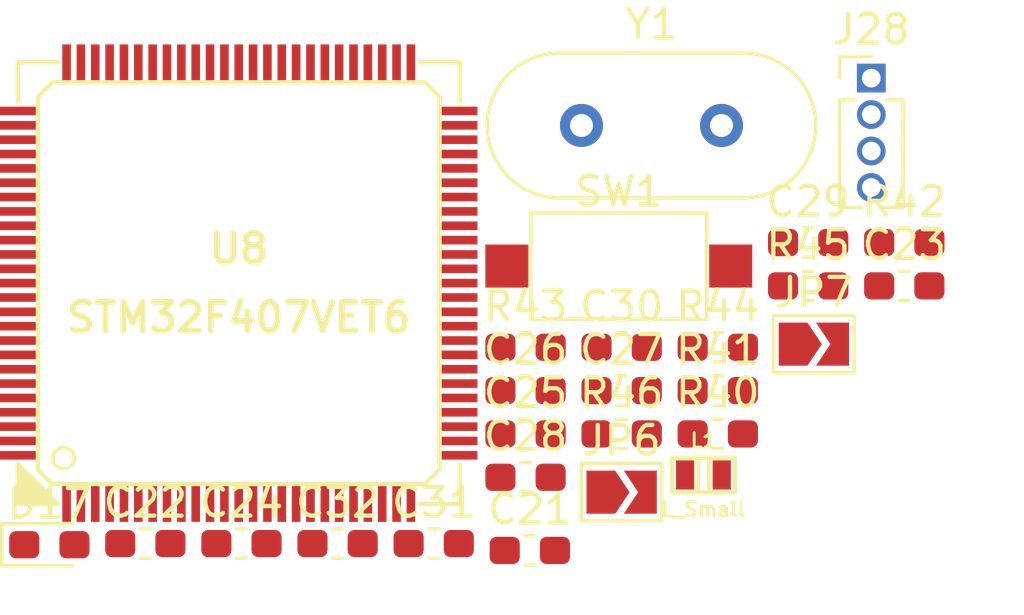
<source format=kicad_pcb>
(kicad_pcb (version 20171130) (host pcbnew 5.0.2-bee76a0~70~ubuntu18.04.1)

  (general
    (thickness 1.6)
    (drawings 0)
    (tracks 0)
    (zones 0)
    (modules 27)
    (nets 95)
  )

  (page A4)
  (layers
    (0 F.Cu signal)
    (31 B.Cu signal)
    (32 B.Adhes user)
    (33 F.Adhes user)
    (34 B.Paste user)
    (35 F.Paste user)
    (36 B.SilkS user)
    (37 F.SilkS user)
    (38 B.Mask user)
    (39 F.Mask user)
    (40 Dwgs.User user)
    (41 Cmts.User user)
    (42 Eco1.User user)
    (43 Eco2.User user)
    (44 Edge.Cuts user)
    (45 Margin user)
    (46 B.CrtYd user)
    (47 F.CrtYd user)
    (48 B.Fab user)
    (49 F.Fab user)
  )

  (setup
    (last_trace_width 0.25)
    (trace_clearance 0.2)
    (zone_clearance 0.508)
    (zone_45_only no)
    (trace_min 0.2)
    (segment_width 0.2)
    (edge_width 0.1)
    (via_size 0.8)
    (via_drill 0.4)
    (via_min_size 0.4)
    (via_min_drill 0.3)
    (uvia_size 0.3)
    (uvia_drill 0.1)
    (uvias_allowed no)
    (uvia_min_size 0.2)
    (uvia_min_drill 0.1)
    (pcb_text_width 0.3)
    (pcb_text_size 1.5 1.5)
    (mod_edge_width 0.15)
    (mod_text_size 1 1)
    (mod_text_width 0.15)
    (pad_size 1.5 1.5)
    (pad_drill 0.6)
    (pad_to_mask_clearance 0)
    (solder_mask_min_width 0.25)
    (aux_axis_origin 0 0)
    (visible_elements FFFFFF7F)
    (pcbplotparams
      (layerselection 0x010fc_ffffffff)
      (usegerberextensions false)
      (usegerberattributes false)
      (usegerberadvancedattributes false)
      (creategerberjobfile false)
      (excludeedgelayer true)
      (linewidth 0.100000)
      (plotframeref false)
      (viasonmask false)
      (mode 1)
      (useauxorigin false)
      (hpglpennumber 1)
      (hpglpenspeed 20)
      (hpglpendiameter 15.000000)
      (psnegative false)
      (psa4output false)
      (plotreference true)
      (plotvalue true)
      (plotinvisibletext false)
      (padsonsilk false)
      (subtractmaskfromsilk false)
      (outputformat 1)
      (mirror false)
      (drillshape 1)
      (scaleselection 1)
      (outputdirectory ""))
  )

  (net 0 "")
  (net 1 PE5)
  (net 2 PE6)
  (net 3 "Net-(C23-Pad1)")
  (net 4 PC13)
  (net 5 PC14)
  (net 6 PE2)
  (net 7 PE3)
  (net 8 PE4)
  (net 9 PC2)
  (net 10 PC3)
  (net 11 GND)
  (net 12 "Net-(C21-Pad1)")
  (net 13 PA0)
  (net 14 PA1)
  (net 15 PC4)
  (net 16 PC5)
  (net 17 PB0)
  (net 18 PB1)
  (net 19 PE7)
  (net 20 PE8)
  (net 21 PE9)
  (net 22 PB12)
  (net 23 PB13)
  (net 24 PB14)
  (net 25 PB15)
  (net 26 PD8)
  (net 27 PD9)
  (net 28 PC15)
  (net 29 PA2)
  (net 30 PA3)
  (net 31 PE10)
  (net 32 PE11)
  (net 33 PE12)
  (net 34 PD10)
  (net 35 PD11)
  (net 36 PD12)
  (net 37 "Net-(C22-Pad1)")
  (net 38 "Net-(C24-Pad1)")
  (net 39 PC0)
  (net 40 PC1)
  (net 41 PA4)
  (net 42 PA5)
  (net 43 PA6)
  (net 44 PA7)
  (net 45 PE13)
  (net 46 PE14)
  (net 47 PE15)
  (net 48 PB10)
  (net 49 PB11)
  (net 50 PD13)
  (net 51 PD14)
  (net 52 PD15)
  (net 53 PC6)
  (net 54 PC7)
  (net 55 PC8)
  (net 56 PC9)
  (net 57 PA8)
  (net 58 PA9)
  (net 59 PA10)
  (net 60 PA15)
  (net 61 PC10)
  (net 62 PC11)
  (net 63 PC12)
  (net 64 PD0)
  (net 65 PD1)
  (net 66 PD2)
  (net 67 PD3)
  (net 68 PD4)
  (net 69 PD5)
  (net 70 PD6)
  (net 71 PD7)
  (net 72 PB3)
  (net 73 PB4)
  (net 74 PB5)
  (net 75 PB8)
  (net 76 PB9)
  (net 77 PE0)
  (net 78 PE1)
  (net 79 "Net-(D17-Pad1)")
  (net 80 "Net-(JP7-Pad1)")
  (net 81 "Net-(JP6-Pad1)")
  (net 82 /GND-VCC3V3)
  (net 83 +3V3_STM32)
  (net 84 /BOOT1)
  (net 85 /GND-CAP1)
  (net 86 /RESET)
  (net 87 /D-)
  (net 88 /D+)
  (net 89 /SWDIO)
  (net 90 /GND-CAP2)
  (net 91 /SWCLK)
  (net 92 /SCL1)
  (net 93 /SDA1)
  (net 94 /BOOT0)

  (net_class Default "This is the default net class."
    (clearance 0.2)
    (trace_width 0.25)
    (via_dia 0.8)
    (via_drill 0.4)
    (uvia_dia 0.3)
    (uvia_drill 0.1)
    (add_net +3V3_STM32)
    (add_net /BOOT0)
    (add_net /BOOT1)
    (add_net /D+)
    (add_net /D-)
    (add_net /GND-CAP1)
    (add_net /GND-CAP2)
    (add_net /GND-VCC3V3)
    (add_net /RESET)
    (add_net /SCL1)
    (add_net /SDA1)
    (add_net /SWCLK)
    (add_net /SWDIO)
    (add_net GND)
    (add_net "Net-(C21-Pad1)")
    (add_net "Net-(C22-Pad1)")
    (add_net "Net-(C23-Pad1)")
    (add_net "Net-(C24-Pad1)")
    (add_net "Net-(D17-Pad1)")
    (add_net "Net-(JP6-Pad1)")
    (add_net "Net-(JP7-Pad1)")
    (add_net PA0)
    (add_net PA1)
    (add_net PA10)
    (add_net PA15)
    (add_net PA2)
    (add_net PA3)
    (add_net PA4)
    (add_net PA5)
    (add_net PA6)
    (add_net PA7)
    (add_net PA8)
    (add_net PA9)
    (add_net PB0)
    (add_net PB1)
    (add_net PB10)
    (add_net PB11)
    (add_net PB12)
    (add_net PB13)
    (add_net PB14)
    (add_net PB15)
    (add_net PB3)
    (add_net PB4)
    (add_net PB5)
    (add_net PB8)
    (add_net PB9)
    (add_net PC0)
    (add_net PC1)
    (add_net PC10)
    (add_net PC11)
    (add_net PC12)
    (add_net PC13)
    (add_net PC14)
    (add_net PC15)
    (add_net PC2)
    (add_net PC3)
    (add_net PC4)
    (add_net PC5)
    (add_net PC6)
    (add_net PC7)
    (add_net PC8)
    (add_net PC9)
    (add_net PD0)
    (add_net PD1)
    (add_net PD10)
    (add_net PD11)
    (add_net PD12)
    (add_net PD13)
    (add_net PD14)
    (add_net PD15)
    (add_net PD2)
    (add_net PD3)
    (add_net PD4)
    (add_net PD5)
    (add_net PD6)
    (add_net PD7)
    (add_net PD8)
    (add_net PD9)
    (add_net PE0)
    (add_net PE1)
    (add_net PE10)
    (add_net PE11)
    (add_net PE12)
    (add_net PE13)
    (add_net PE14)
    (add_net PE15)
    (add_net PE2)
    (add_net PE3)
    (add_net PE4)
    (add_net PE5)
    (add_net PE6)
    (add_net PE7)
    (add_net PE8)
    (add_net PE9)
  )

  (module SolderJumper-2_P1.3mm_Open_TrianglePad1.0x1.5mm (layer F.Cu) (tedit 5A64794F) (tstamp 5CCAACB2)
    (at 38.475001 33.985001)
    (descr "SMD Solder Jumper, 1x1.5mm Triangular Pads, 0.3mm gap, open")
    (tags "solder jumper open")
    (path /5CC7C92D)
    (attr virtual)
    (fp_text reference JP6 (at 0 -1.8) (layer F.SilkS)
      (effects (font (size 1 1) (thickness 0.15)))
    )
    (fp_text value Jumper_NO_Small (at 0 1.9) (layer F.Fab)
      (effects (font (size 1 1) (thickness 0.15)))
    )
    (fp_line (start -1.4 1) (end -1.4 -1) (layer F.SilkS) (width 0.12))
    (fp_line (start 1.4 1) (end -1.4 1) (layer F.SilkS) (width 0.12))
    (fp_line (start 1.4 -1) (end 1.4 1) (layer F.SilkS) (width 0.12))
    (fp_line (start -1.4 -1) (end 1.4 -1) (layer F.SilkS) (width 0.12))
    (fp_line (start -1.65 -1.25) (end 1.65 -1.25) (layer F.CrtYd) (width 0.05))
    (fp_line (start -1.65 -1.25) (end -1.65 1.25) (layer F.CrtYd) (width 0.05))
    (fp_line (start 1.65 1.25) (end 1.65 -1.25) (layer F.CrtYd) (width 0.05))
    (fp_line (start 1.65 1.25) (end -1.65 1.25) (layer F.CrtYd) (width 0.05))
    (pad 2 smd custom (at 0.725 0) (size 0.3 0.3) (layers F.Cu F.Mask)
      (net 94 /BOOT0) (zone_connect 0)
      (options (clearance outline) (anchor rect))
      (primitives
        (gr_poly (pts
           (xy -0.65 -0.75) (xy 0.5 -0.75) (xy 0.5 0.75) (xy -0.65 0.75) (xy -0.15 0)
) (width 0))
      ))
    (pad 1 smd custom (at -0.725 0) (size 0.3 0.3) (layers F.Cu F.Mask)
      (net 81 "Net-(JP6-Pad1)") (zone_connect 0)
      (options (clearance outline) (anchor rect))
      (primitives
        (gr_poly (pts
           (xy -0.5 -0.75) (xy 0.5 -0.75) (xy 1 0) (xy 0.5 0.75) (xy -0.5 0.75)
) (width 0))
      ))
  )

  (module SolderJumper-2_P1.3mm_Open_TrianglePad1.0x1.5mm (layer F.Cu) (tedit 5A64794F) (tstamp 5CCAAC96)
    (at 45.175001 28.825001)
    (descr "SMD Solder Jumper, 1x1.5mm Triangular Pads, 0.3mm gap, open")
    (tags "solder jumper open")
    (path /5CC7C9F7)
    (attr virtual)
    (fp_text reference JP7 (at 0 -1.8) (layer F.SilkS)
      (effects (font (size 1 1) (thickness 0.15)))
    )
    (fp_text value Jumper_NO_Small (at 0 1.9) (layer F.Fab)
      (effects (font (size 1 1) (thickness 0.15)))
    )
    (fp_line (start -1.4 1) (end -1.4 -1) (layer F.SilkS) (width 0.12))
    (fp_line (start 1.4 1) (end -1.4 1) (layer F.SilkS) (width 0.12))
    (fp_line (start 1.4 -1) (end 1.4 1) (layer F.SilkS) (width 0.12))
    (fp_line (start -1.4 -1) (end 1.4 -1) (layer F.SilkS) (width 0.12))
    (fp_line (start -1.65 -1.25) (end 1.65 -1.25) (layer F.CrtYd) (width 0.05))
    (fp_line (start -1.65 -1.25) (end -1.65 1.25) (layer F.CrtYd) (width 0.05))
    (fp_line (start 1.65 1.25) (end 1.65 -1.25) (layer F.CrtYd) (width 0.05))
    (fp_line (start 1.65 1.25) (end -1.65 1.25) (layer F.CrtYd) (width 0.05))
    (pad 2 smd custom (at 0.725 0) (size 0.3 0.3) (layers F.Cu F.Mask)
      (net 84 /BOOT1) (zone_connect 0)
      (options (clearance outline) (anchor rect))
      (primitives
        (gr_poly (pts
           (xy -0.65 -0.75) (xy 0.5 -0.75) (xy 0.5 0.75) (xy -0.65 0.75) (xy -0.15 0)
) (width 0))
      ))
    (pad 1 smd custom (at -0.725 0) (size 0.3 0.3) (layers F.Cu F.Mask)
      (net 80 "Net-(JP7-Pad1)") (zone_connect 0)
      (options (clearance outline) (anchor rect))
      (primitives
        (gr_poly (pts
           (xy -0.5 -0.75) (xy 0.5 -0.75) (xy 1 0) (xy 0.5 0.75) (xy -0.5 0.75)
) (width 0))
      ))
  )

  (module Button_Switch_SMD:SW_SPST_CK_RS282G05A3 (layer F.Cu) (tedit 5A7A67D2) (tstamp 5CCAAC88)
    (at 38.375001 26.105001)
    (descr https://www.mouser.com/ds/2/60/RS-282G05A-SM_RT-1159762.pdf)
    (tags "SPST button tactile switch")
    (path /5CC7D354)
    (attr smd)
    (fp_text reference SW1 (at 0 -2.6) (layer F.SilkS)
      (effects (font (size 1 1) (thickness 0.15)))
    )
    (fp_text value SW_Push (at 0 3) (layer F.Fab)
      (effects (font (size 1 1) (thickness 0.15)))
    )
    (fp_line (start -4.9 2.05) (end -4.9 -2.05) (layer F.CrtYd) (width 0.05))
    (fp_line (start 4.9 2.05) (end -4.9 2.05) (layer F.CrtYd) (width 0.05))
    (fp_line (start 4.9 -2.05) (end 4.9 2.05) (layer F.CrtYd) (width 0.05))
    (fp_line (start -4.9 -2.05) (end 4.9 -2.05) (layer F.CrtYd) (width 0.05))
    (fp_text user %R (at 0 -2.6) (layer F.Fab)
      (effects (font (size 1 1) (thickness 0.15)))
    )
    (fp_line (start -1.75 -1) (end 1.75 -1) (layer F.Fab) (width 0.1))
    (fp_line (start 1.75 -1) (end 1.75 1) (layer F.Fab) (width 0.1))
    (fp_line (start 1.75 1) (end -1.75 1) (layer F.Fab) (width 0.1))
    (fp_line (start -1.75 1) (end -1.75 -1) (layer F.Fab) (width 0.1))
    (fp_line (start -3.06 -1.85) (end 3.06 -1.85) (layer F.SilkS) (width 0.12))
    (fp_line (start 3.06 -1.85) (end 3.06 1.85) (layer F.SilkS) (width 0.12))
    (fp_line (start 3.06 1.85) (end -3.06 1.85) (layer F.SilkS) (width 0.12))
    (fp_line (start -3.06 1.85) (end -3.06 -1.85) (layer F.SilkS) (width 0.12))
    (fp_line (start -1.5 0.8) (end 1.5 0.8) (layer F.Fab) (width 0.1))
    (fp_line (start -1.5 -0.8) (end 1.5 -0.8) (layer F.Fab) (width 0.1))
    (fp_line (start 1.5 -0.8) (end 1.5 0.8) (layer F.Fab) (width 0.1))
    (fp_line (start -1.5 -0.8) (end -1.5 0.8) (layer F.Fab) (width 0.1))
    (fp_line (start -3 1.8) (end 3 1.8) (layer F.Fab) (width 0.1))
    (fp_line (start -3 -1.8) (end 3 -1.8) (layer F.Fab) (width 0.1))
    (fp_line (start -3 -1.8) (end -3 1.8) (layer F.Fab) (width 0.1))
    (fp_line (start 3 -1.8) (end 3 1.8) (layer F.Fab) (width 0.1))
    (pad 1 smd rect (at -3.9 0) (size 1.5 1.5) (layers F.Cu F.Paste F.Mask)
      (net 11 GND))
    (pad 2 smd rect (at 3.9 0) (size 1.5 1.5) (layers F.Cu F.Paste F.Mask)
      (net 86 /RESET))
    (model ${KISYS3DMOD}/Button_Switch_SMD.3dshapes/SW_SPST_CK_RS282G05A3.wrl
      (at (xyz 0 0 0))
      (scale (xyz 1 1 1))
      (rotate (xyz 0 0 0))
    )
  )

  (module Capacitor_SMD:C_0603_1608Metric_Pad1.05x0.95mm_HandSolder (layer F.Cu) (tedit 5B301BBE) (tstamp 5CCAA9FF)
    (at 35.275001 36.015001)
    (descr "Capacitor SMD 0603 (1608 Metric), square (rectangular) end terminal, IPC_7351 nominal with elongated pad for handsoldering. (Body size source: http://www.tortai-tech.com/upload/download/2011102023233369053.pdf), generated with kicad-footprint-generator")
    (tags "capacitor handsolder")
    (path /5CC8D39F)
    (attr smd)
    (fp_text reference C21 (at 0 -1.43) (layer F.SilkS)
      (effects (font (size 1 1) (thickness 0.15)))
    )
    (fp_text value C104,0603 (at 0 1.43) (layer F.Fab)
      (effects (font (size 1 1) (thickness 0.15)))
    )
    (fp_line (start -0.8 0.4) (end -0.8 -0.4) (layer F.Fab) (width 0.1))
    (fp_line (start -0.8 -0.4) (end 0.8 -0.4) (layer F.Fab) (width 0.1))
    (fp_line (start 0.8 -0.4) (end 0.8 0.4) (layer F.Fab) (width 0.1))
    (fp_line (start 0.8 0.4) (end -0.8 0.4) (layer F.Fab) (width 0.1))
    (fp_line (start -0.171267 -0.51) (end 0.171267 -0.51) (layer F.SilkS) (width 0.12))
    (fp_line (start -0.171267 0.51) (end 0.171267 0.51) (layer F.SilkS) (width 0.12))
    (fp_line (start -1.65 0.73) (end -1.65 -0.73) (layer F.CrtYd) (width 0.05))
    (fp_line (start -1.65 -0.73) (end 1.65 -0.73) (layer F.CrtYd) (width 0.05))
    (fp_line (start 1.65 -0.73) (end 1.65 0.73) (layer F.CrtYd) (width 0.05))
    (fp_line (start 1.65 0.73) (end -1.65 0.73) (layer F.CrtYd) (width 0.05))
    (fp_text user %R (at 0 0) (layer F.Fab)
      (effects (font (size 0.4 0.4) (thickness 0.06)))
    )
    (pad 1 smd roundrect (at -0.875 0) (size 1.05 0.95) (layers F.Cu F.Paste F.Mask) (roundrect_rratio 0.25)
      (net 12 "Net-(C21-Pad1)"))
    (pad 2 smd roundrect (at 0.875 0) (size 1.05 0.95) (layers F.Cu F.Paste F.Mask) (roundrect_rratio 0.25)
      (net 11 GND))
    (model ${KISYS3DMOD}/Capacitor_SMD.3dshapes/C_0603_1608Metric.wrl
      (at (xyz 0 0 0))
      (scale (xyz 1 1 1))
      (rotate (xyz 0 0 0))
    )
  )

  (module Capacitor_SMD:C_0603_1608Metric_Pad1.05x0.95mm_HandSolder (layer F.Cu) (tedit 5B301BBE) (tstamp 5CCAA9EE)
    (at 21.875001 35.775001)
    (descr "Capacitor SMD 0603 (1608 Metric), square (rectangular) end terminal, IPC_7351 nominal with elongated pad for handsoldering. (Body size source: http://www.tortai-tech.com/upload/download/2011102023233369053.pdf), generated with kicad-footprint-generator")
    (tags "capacitor handsolder")
    (path /5CC87247)
    (attr smd)
    (fp_text reference C22 (at 0 -1.43) (layer F.SilkS)
      (effects (font (size 1 1) (thickness 0.15)))
    )
    (fp_text value C10pf,0603 (at 0 1.43) (layer F.Fab)
      (effects (font (size 1 1) (thickness 0.15)))
    )
    (fp_text user %R (at 0 0) (layer F.Fab)
      (effects (font (size 0.4 0.4) (thickness 0.06)))
    )
    (fp_line (start 1.65 0.73) (end -1.65 0.73) (layer F.CrtYd) (width 0.05))
    (fp_line (start 1.65 -0.73) (end 1.65 0.73) (layer F.CrtYd) (width 0.05))
    (fp_line (start -1.65 -0.73) (end 1.65 -0.73) (layer F.CrtYd) (width 0.05))
    (fp_line (start -1.65 0.73) (end -1.65 -0.73) (layer F.CrtYd) (width 0.05))
    (fp_line (start -0.171267 0.51) (end 0.171267 0.51) (layer F.SilkS) (width 0.12))
    (fp_line (start -0.171267 -0.51) (end 0.171267 -0.51) (layer F.SilkS) (width 0.12))
    (fp_line (start 0.8 0.4) (end -0.8 0.4) (layer F.Fab) (width 0.1))
    (fp_line (start 0.8 -0.4) (end 0.8 0.4) (layer F.Fab) (width 0.1))
    (fp_line (start -0.8 -0.4) (end 0.8 -0.4) (layer F.Fab) (width 0.1))
    (fp_line (start -0.8 0.4) (end -0.8 -0.4) (layer F.Fab) (width 0.1))
    (pad 2 smd roundrect (at 0.875 0) (size 1.05 0.95) (layers F.Cu F.Paste F.Mask) (roundrect_rratio 0.25)
      (net 11 GND))
    (pad 1 smd roundrect (at -0.875 0) (size 1.05 0.95) (layers F.Cu F.Paste F.Mask) (roundrect_rratio 0.25)
      (net 37 "Net-(C22-Pad1)"))
    (model ${KISYS3DMOD}/Capacitor_SMD.3dshapes/C_0603_1608Metric.wrl
      (at (xyz 0 0 0))
      (scale (xyz 1 1 1))
      (rotate (xyz 0 0 0))
    )
  )

  (module Capacitor_SMD:C_0603_1608Metric_Pad1.05x0.95mm_HandSolder (layer F.Cu) (tedit 5B301BBE) (tstamp 5CCAA9DD)
    (at 48.325001 26.795001)
    (descr "Capacitor SMD 0603 (1608 Metric), square (rectangular) end terminal, IPC_7351 nominal with elongated pad for handsoldering. (Body size source: http://www.tortai-tech.com/upload/download/2011102023233369053.pdf), generated with kicad-footprint-generator")
    (tags "capacitor handsolder")
    (path /5CC849C9)
    (attr smd)
    (fp_text reference C23 (at 0 -1.43) (layer F.SilkS)
      (effects (font (size 1 1) (thickness 0.15)))
    )
    (fp_text value C104,0603 (at 0 1.43) (layer F.Fab)
      (effects (font (size 1 1) (thickness 0.15)))
    )
    (fp_line (start -0.8 0.4) (end -0.8 -0.4) (layer F.Fab) (width 0.1))
    (fp_line (start -0.8 -0.4) (end 0.8 -0.4) (layer F.Fab) (width 0.1))
    (fp_line (start 0.8 -0.4) (end 0.8 0.4) (layer F.Fab) (width 0.1))
    (fp_line (start 0.8 0.4) (end -0.8 0.4) (layer F.Fab) (width 0.1))
    (fp_line (start -0.171267 -0.51) (end 0.171267 -0.51) (layer F.SilkS) (width 0.12))
    (fp_line (start -0.171267 0.51) (end 0.171267 0.51) (layer F.SilkS) (width 0.12))
    (fp_line (start -1.65 0.73) (end -1.65 -0.73) (layer F.CrtYd) (width 0.05))
    (fp_line (start -1.65 -0.73) (end 1.65 -0.73) (layer F.CrtYd) (width 0.05))
    (fp_line (start 1.65 -0.73) (end 1.65 0.73) (layer F.CrtYd) (width 0.05))
    (fp_line (start 1.65 0.73) (end -1.65 0.73) (layer F.CrtYd) (width 0.05))
    (fp_text user %R (at 0 0) (layer F.Fab)
      (effects (font (size 0.4 0.4) (thickness 0.06)))
    )
    (pad 1 smd roundrect (at -0.875 0) (size 1.05 0.95) (layers F.Cu F.Paste F.Mask) (roundrect_rratio 0.25)
      (net 3 "Net-(C23-Pad1)"))
    (pad 2 smd roundrect (at 0.875 0) (size 1.05 0.95) (layers F.Cu F.Paste F.Mask) (roundrect_rratio 0.25)
      (net 11 GND))
    (model ${KISYS3DMOD}/Capacitor_SMD.3dshapes/C_0603_1608Metric.wrl
      (at (xyz 0 0 0))
      (scale (xyz 1 1 1))
      (rotate (xyz 0 0 0))
    )
  )

  (module Capacitor_SMD:C_0603_1608Metric_Pad1.05x0.95mm_HandSolder (layer F.Cu) (tedit 5B301BBE) (tstamp 5CCAA9CC)
    (at 25.225001 35.775001)
    (descr "Capacitor SMD 0603 (1608 Metric), square (rectangular) end terminal, IPC_7351 nominal with elongated pad for handsoldering. (Body size source: http://www.tortai-tech.com/upload/download/2011102023233369053.pdf), generated with kicad-footprint-generator")
    (tags "capacitor handsolder")
    (path /5CC872B3)
    (attr smd)
    (fp_text reference C24 (at 0 -1.43) (layer F.SilkS)
      (effects (font (size 1 1) (thickness 0.15)))
    )
    (fp_text value C10pf,0603 (at 0 1.43) (layer F.Fab)
      (effects (font (size 1 1) (thickness 0.15)))
    )
    (fp_text user %R (at 0 0) (layer F.Fab)
      (effects (font (size 0.4 0.4) (thickness 0.06)))
    )
    (fp_line (start 1.65 0.73) (end -1.65 0.73) (layer F.CrtYd) (width 0.05))
    (fp_line (start 1.65 -0.73) (end 1.65 0.73) (layer F.CrtYd) (width 0.05))
    (fp_line (start -1.65 -0.73) (end 1.65 -0.73) (layer F.CrtYd) (width 0.05))
    (fp_line (start -1.65 0.73) (end -1.65 -0.73) (layer F.CrtYd) (width 0.05))
    (fp_line (start -0.171267 0.51) (end 0.171267 0.51) (layer F.SilkS) (width 0.12))
    (fp_line (start -0.171267 -0.51) (end 0.171267 -0.51) (layer F.SilkS) (width 0.12))
    (fp_line (start 0.8 0.4) (end -0.8 0.4) (layer F.Fab) (width 0.1))
    (fp_line (start 0.8 -0.4) (end 0.8 0.4) (layer F.Fab) (width 0.1))
    (fp_line (start -0.8 -0.4) (end 0.8 -0.4) (layer F.Fab) (width 0.1))
    (fp_line (start -0.8 0.4) (end -0.8 -0.4) (layer F.Fab) (width 0.1))
    (pad 2 smd roundrect (at 0.875 0) (size 1.05 0.95) (layers F.Cu F.Paste F.Mask) (roundrect_rratio 0.25)
      (net 11 GND))
    (pad 1 smd roundrect (at -0.875 0) (size 1.05 0.95) (layers F.Cu F.Paste F.Mask) (roundrect_rratio 0.25)
      (net 38 "Net-(C24-Pad1)"))
    (model ${KISYS3DMOD}/Capacitor_SMD.3dshapes/C_0603_1608Metric.wrl
      (at (xyz 0 0 0))
      (scale (xyz 1 1 1))
      (rotate (xyz 0 0 0))
    )
  )

  (module Capacitor_SMD:C_0603_1608Metric_Pad1.05x0.95mm_HandSolder (layer F.Cu) (tedit 5B301BBE) (tstamp 5CCAA9AA)
    (at 28.575001 35.775001)
    (descr "Capacitor SMD 0603 (1608 Metric), square (rectangular) end terminal, IPC_7351 nominal with elongated pad for handsoldering. (Body size source: http://www.tortai-tech.com/upload/download/2011102023233369053.pdf), generated with kicad-footprint-generator")
    (tags "capacitor handsolder")
    (path /5CC7D55B)
    (attr smd)
    (fp_text reference C32 (at 0 -1.43) (layer F.SilkS)
      (effects (font (size 1 1) (thickness 0.15)))
    )
    (fp_text value C104,0603 (at 0 1.43) (layer F.Fab)
      (effects (font (size 1 1) (thickness 0.15)))
    )
    (fp_text user %R (at 0 0) (layer F.Fab)
      (effects (font (size 0.4 0.4) (thickness 0.06)))
    )
    (fp_line (start 1.65 0.73) (end -1.65 0.73) (layer F.CrtYd) (width 0.05))
    (fp_line (start 1.65 -0.73) (end 1.65 0.73) (layer F.CrtYd) (width 0.05))
    (fp_line (start -1.65 -0.73) (end 1.65 -0.73) (layer F.CrtYd) (width 0.05))
    (fp_line (start -1.65 0.73) (end -1.65 -0.73) (layer F.CrtYd) (width 0.05))
    (fp_line (start -0.171267 0.51) (end 0.171267 0.51) (layer F.SilkS) (width 0.12))
    (fp_line (start -0.171267 -0.51) (end 0.171267 -0.51) (layer F.SilkS) (width 0.12))
    (fp_line (start 0.8 0.4) (end -0.8 0.4) (layer F.Fab) (width 0.1))
    (fp_line (start 0.8 -0.4) (end 0.8 0.4) (layer F.Fab) (width 0.1))
    (fp_line (start -0.8 -0.4) (end 0.8 -0.4) (layer F.Fab) (width 0.1))
    (fp_line (start -0.8 0.4) (end -0.8 -0.4) (layer F.Fab) (width 0.1))
    (pad 2 smd roundrect (at 0.875 0) (size 1.05 0.95) (layers F.Cu F.Paste F.Mask) (roundrect_rratio 0.25)
      (net 11 GND))
    (pad 1 smd roundrect (at -0.875 0) (size 1.05 0.95) (layers F.Cu F.Paste F.Mask) (roundrect_rratio 0.25)
      (net 86 /RESET))
    (model ${KISYS3DMOD}/Capacitor_SMD.3dshapes/C_0603_1608Metric.wrl
      (at (xyz 0 0 0))
      (scale (xyz 1 1 1))
      (rotate (xyz 0 0 0))
    )
  )

  (module Capacitor_SMD:C_0603_1608Metric_Pad1.05x0.95mm_HandSolder (layer F.Cu) (tedit 5B301BBE) (tstamp 5CCAA999)
    (at 31.925001 35.775001)
    (descr "Capacitor SMD 0603 (1608 Metric), square (rectangular) end terminal, IPC_7351 nominal with elongated pad for handsoldering. (Body size source: http://www.tortai-tech.com/upload/download/2011102023233369053.pdf), generated with kicad-footprint-generator")
    (tags "capacitor handsolder")
    (path /5CC8027C)
    (attr smd)
    (fp_text reference C31 (at 0 -1.43) (layer F.SilkS)
      (effects (font (size 1 1) (thickness 0.15)))
    )
    (fp_text value C104,0603 (at 0 1.43) (layer F.Fab)
      (effects (font (size 1 1) (thickness 0.15)))
    )
    (fp_line (start -0.8 0.4) (end -0.8 -0.4) (layer F.Fab) (width 0.1))
    (fp_line (start -0.8 -0.4) (end 0.8 -0.4) (layer F.Fab) (width 0.1))
    (fp_line (start 0.8 -0.4) (end 0.8 0.4) (layer F.Fab) (width 0.1))
    (fp_line (start 0.8 0.4) (end -0.8 0.4) (layer F.Fab) (width 0.1))
    (fp_line (start -0.171267 -0.51) (end 0.171267 -0.51) (layer F.SilkS) (width 0.12))
    (fp_line (start -0.171267 0.51) (end 0.171267 0.51) (layer F.SilkS) (width 0.12))
    (fp_line (start -1.65 0.73) (end -1.65 -0.73) (layer F.CrtYd) (width 0.05))
    (fp_line (start -1.65 -0.73) (end 1.65 -0.73) (layer F.CrtYd) (width 0.05))
    (fp_line (start 1.65 -0.73) (end 1.65 0.73) (layer F.CrtYd) (width 0.05))
    (fp_line (start 1.65 0.73) (end -1.65 0.73) (layer F.CrtYd) (width 0.05))
    (fp_text user %R (at 0 0) (layer F.Fab)
      (effects (font (size 0.4 0.4) (thickness 0.06)))
    )
    (pad 1 smd roundrect (at -0.875 0) (size 1.05 0.95) (layers F.Cu F.Paste F.Mask) (roundrect_rratio 0.25)
      (net 90 /GND-CAP2))
    (pad 2 smd roundrect (at 0.875 0) (size 1.05 0.95) (layers F.Cu F.Paste F.Mask) (roundrect_rratio 0.25)
      (net 11 GND))
    (model ${KISYS3DMOD}/Capacitor_SMD.3dshapes/C_0603_1608Metric.wrl
      (at (xyz 0 0 0))
      (scale (xyz 1 1 1))
      (rotate (xyz 0 0 0))
    )
  )

  (module Capacitor_SMD:C_0603_1608Metric_Pad1.05x0.95mm_HandSolder (layer F.Cu) (tedit 5B301BBE) (tstamp 5CCAA988)
    (at 38.475001 28.935001)
    (descr "Capacitor SMD 0603 (1608 Metric), square (rectangular) end terminal, IPC_7351 nominal with elongated pad for handsoldering. (Body size source: http://www.tortai-tech.com/upload/download/2011102023233369053.pdf), generated with kicad-footprint-generator")
    (tags "capacitor handsolder")
    (path /5CC7F736)
    (attr smd)
    (fp_text reference C30 (at 0 -1.43) (layer F.SilkS)
      (effects (font (size 1 1) (thickness 0.15)))
    )
    (fp_text value C104,0603 (at 0 1.43) (layer F.Fab)
      (effects (font (size 1 1) (thickness 0.15)))
    )
    (fp_text user %R (at 0 0) (layer F.Fab)
      (effects (font (size 0.4 0.4) (thickness 0.06)))
    )
    (fp_line (start 1.65 0.73) (end -1.65 0.73) (layer F.CrtYd) (width 0.05))
    (fp_line (start 1.65 -0.73) (end 1.65 0.73) (layer F.CrtYd) (width 0.05))
    (fp_line (start -1.65 -0.73) (end 1.65 -0.73) (layer F.CrtYd) (width 0.05))
    (fp_line (start -1.65 0.73) (end -1.65 -0.73) (layer F.CrtYd) (width 0.05))
    (fp_line (start -0.171267 0.51) (end 0.171267 0.51) (layer F.SilkS) (width 0.12))
    (fp_line (start -0.171267 -0.51) (end 0.171267 -0.51) (layer F.SilkS) (width 0.12))
    (fp_line (start 0.8 0.4) (end -0.8 0.4) (layer F.Fab) (width 0.1))
    (fp_line (start 0.8 -0.4) (end 0.8 0.4) (layer F.Fab) (width 0.1))
    (fp_line (start -0.8 -0.4) (end 0.8 -0.4) (layer F.Fab) (width 0.1))
    (fp_line (start -0.8 0.4) (end -0.8 -0.4) (layer F.Fab) (width 0.1))
    (pad 2 smd roundrect (at 0.875 0) (size 1.05 0.95) (layers F.Cu F.Paste F.Mask) (roundrect_rratio 0.25)
      (net 11 GND))
    (pad 1 smd roundrect (at -0.875 0) (size 1.05 0.95) (layers F.Cu F.Paste F.Mask) (roundrect_rratio 0.25)
      (net 85 /GND-CAP1))
    (model ${KISYS3DMOD}/Capacitor_SMD.3dshapes/C_0603_1608Metric.wrl
      (at (xyz 0 0 0))
      (scale (xyz 1 1 1))
      (rotate (xyz 0 0 0))
    )
  )

  (module Capacitor_SMD:C_0603_1608Metric_Pad1.05x0.95mm_HandSolder (layer F.Cu) (tedit 5B301BBE) (tstamp 5CCAA966)
    (at 35.125001 30.445001)
    (descr "Capacitor SMD 0603 (1608 Metric), square (rectangular) end terminal, IPC_7351 nominal with elongated pad for handsoldering. (Body size source: http://www.tortai-tech.com/upload/download/2011102023233369053.pdf), generated with kicad-footprint-generator")
    (tags "capacitor handsolder")
    (path /5CC96260)
    (attr smd)
    (fp_text reference C26 (at 0 -1.43) (layer F.SilkS)
      (effects (font (size 1 1) (thickness 0.15)))
    )
    (fp_text value C104,0603 (at 0 1.43) (layer F.Fab)
      (effects (font (size 1 1) (thickness 0.15)))
    )
    (fp_text user %R (at 0 0) (layer F.Fab)
      (effects (font (size 0.4 0.4) (thickness 0.06)))
    )
    (fp_line (start 1.65 0.73) (end -1.65 0.73) (layer F.CrtYd) (width 0.05))
    (fp_line (start 1.65 -0.73) (end 1.65 0.73) (layer F.CrtYd) (width 0.05))
    (fp_line (start -1.65 -0.73) (end 1.65 -0.73) (layer F.CrtYd) (width 0.05))
    (fp_line (start -1.65 0.73) (end -1.65 -0.73) (layer F.CrtYd) (width 0.05))
    (fp_line (start -0.171267 0.51) (end 0.171267 0.51) (layer F.SilkS) (width 0.12))
    (fp_line (start -0.171267 -0.51) (end 0.171267 -0.51) (layer F.SilkS) (width 0.12))
    (fp_line (start 0.8 0.4) (end -0.8 0.4) (layer F.Fab) (width 0.1))
    (fp_line (start 0.8 -0.4) (end 0.8 0.4) (layer F.Fab) (width 0.1))
    (fp_line (start -0.8 -0.4) (end 0.8 -0.4) (layer F.Fab) (width 0.1))
    (fp_line (start -0.8 0.4) (end -0.8 -0.4) (layer F.Fab) (width 0.1))
    (pad 2 smd roundrect (at 0.875 0) (size 1.05 0.95) (layers F.Cu F.Paste F.Mask) (roundrect_rratio 0.25)
      (net 83 +3V3_STM32))
    (pad 1 smd roundrect (at -0.875 0) (size 1.05 0.95) (layers F.Cu F.Paste F.Mask) (roundrect_rratio 0.25)
      (net 11 GND))
    (model ${KISYS3DMOD}/Capacitor_SMD.3dshapes/C_0603_1608Metric.wrl
      (at (xyz 0 0 0))
      (scale (xyz 1 1 1))
      (rotate (xyz 0 0 0))
    )
  )

  (module Capacitor_SMD:C_0603_1608Metric_Pad1.05x0.95mm_HandSolder (layer F.Cu) (tedit 5B301BBE) (tstamp 5CCAA955)
    (at 38.475001 30.445001)
    (descr "Capacitor SMD 0603 (1608 Metric), square (rectangular) end terminal, IPC_7351 nominal with elongated pad for handsoldering. (Body size source: http://www.tortai-tech.com/upload/download/2011102023233369053.pdf), generated with kicad-footprint-generator")
    (tags "capacitor handsolder")
    (path /5CC97BC7)
    (attr smd)
    (fp_text reference C27 (at 0 -1.43) (layer F.SilkS)
      (effects (font (size 1 1) (thickness 0.15)))
    )
    (fp_text value C104,0603 (at 0 1.43) (layer F.Fab)
      (effects (font (size 1 1) (thickness 0.15)))
    )
    (fp_line (start -0.8 0.4) (end -0.8 -0.4) (layer F.Fab) (width 0.1))
    (fp_line (start -0.8 -0.4) (end 0.8 -0.4) (layer F.Fab) (width 0.1))
    (fp_line (start 0.8 -0.4) (end 0.8 0.4) (layer F.Fab) (width 0.1))
    (fp_line (start 0.8 0.4) (end -0.8 0.4) (layer F.Fab) (width 0.1))
    (fp_line (start -0.171267 -0.51) (end 0.171267 -0.51) (layer F.SilkS) (width 0.12))
    (fp_line (start -0.171267 0.51) (end 0.171267 0.51) (layer F.SilkS) (width 0.12))
    (fp_line (start -1.65 0.73) (end -1.65 -0.73) (layer F.CrtYd) (width 0.05))
    (fp_line (start -1.65 -0.73) (end 1.65 -0.73) (layer F.CrtYd) (width 0.05))
    (fp_line (start 1.65 -0.73) (end 1.65 0.73) (layer F.CrtYd) (width 0.05))
    (fp_line (start 1.65 0.73) (end -1.65 0.73) (layer F.CrtYd) (width 0.05))
    (fp_text user %R (at 0 0) (layer F.Fab)
      (effects (font (size 0.4 0.4) (thickness 0.06)))
    )
    (pad 1 smd roundrect (at -0.875 0) (size 1.05 0.95) (layers F.Cu F.Paste F.Mask) (roundrect_rratio 0.25)
      (net 11 GND))
    (pad 2 smd roundrect (at 0.875 0) (size 1.05 0.95) (layers F.Cu F.Paste F.Mask) (roundrect_rratio 0.25)
      (net 83 +3V3_STM32))
    (model ${KISYS3DMOD}/Capacitor_SMD.3dshapes/C_0603_1608Metric.wrl
      (at (xyz 0 0 0))
      (scale (xyz 1 1 1))
      (rotate (xyz 0 0 0))
    )
  )

  (module Capacitor_SMD:C_0603_1608Metric_Pad1.05x0.95mm_HandSolder (layer F.Cu) (tedit 5B301BBE) (tstamp 5CCAA944)
    (at 35.125001 31.955001)
    (descr "Capacitor SMD 0603 (1608 Metric), square (rectangular) end terminal, IPC_7351 nominal with elongated pad for handsoldering. (Body size source: http://www.tortai-tech.com/upload/download/2011102023233369053.pdf), generated with kicad-footprint-generator")
    (tags "capacitor handsolder")
    (path /5CC93243)
    (attr smd)
    (fp_text reference C25 (at 0 -1.43) (layer F.SilkS)
      (effects (font (size 1 1) (thickness 0.15)))
    )
    (fp_text value C104,0603 (at 0 1.43) (layer F.Fab)
      (effects (font (size 1 1) (thickness 0.15)))
    )
    (fp_text user %R (at 0 0) (layer F.Fab)
      (effects (font (size 0.4 0.4) (thickness 0.06)))
    )
    (fp_line (start 1.65 0.73) (end -1.65 0.73) (layer F.CrtYd) (width 0.05))
    (fp_line (start 1.65 -0.73) (end 1.65 0.73) (layer F.CrtYd) (width 0.05))
    (fp_line (start -1.65 -0.73) (end 1.65 -0.73) (layer F.CrtYd) (width 0.05))
    (fp_line (start -1.65 0.73) (end -1.65 -0.73) (layer F.CrtYd) (width 0.05))
    (fp_line (start -0.171267 0.51) (end 0.171267 0.51) (layer F.SilkS) (width 0.12))
    (fp_line (start -0.171267 -0.51) (end 0.171267 -0.51) (layer F.SilkS) (width 0.12))
    (fp_line (start 0.8 0.4) (end -0.8 0.4) (layer F.Fab) (width 0.1))
    (fp_line (start 0.8 -0.4) (end 0.8 0.4) (layer F.Fab) (width 0.1))
    (fp_line (start -0.8 -0.4) (end 0.8 -0.4) (layer F.Fab) (width 0.1))
    (fp_line (start -0.8 0.4) (end -0.8 -0.4) (layer F.Fab) (width 0.1))
    (pad 2 smd roundrect (at 0.875 0) (size 1.05 0.95) (layers F.Cu F.Paste F.Mask) (roundrect_rratio 0.25)
      (net 83 +3V3_STM32))
    (pad 1 smd roundrect (at -0.875 0) (size 1.05 0.95) (layers F.Cu F.Paste F.Mask) (roundrect_rratio 0.25)
      (net 11 GND))
    (model ${KISYS3DMOD}/Capacitor_SMD.3dshapes/C_0603_1608Metric.wrl
      (at (xyz 0 0 0))
      (scale (xyz 1 1 1))
      (rotate (xyz 0 0 0))
    )
  )

  (module Capacitor_SMD:C_0603_1608Metric_Pad1.05x0.95mm_HandSolder (layer F.Cu) (tedit 5B301BBE) (tstamp 5CCAA933)
    (at 35.125001 33.465001)
    (descr "Capacitor SMD 0603 (1608 Metric), square (rectangular) end terminal, IPC_7351 nominal with elongated pad for handsoldering. (Body size source: http://www.tortai-tech.com/upload/download/2011102023233369053.pdf), generated with kicad-footprint-generator")
    (tags "capacitor handsolder")
    (path /5CC97BDB)
    (attr smd)
    (fp_text reference C28 (at 0 -1.43) (layer F.SilkS)
      (effects (font (size 1 1) (thickness 0.15)))
    )
    (fp_text value C104,0603 (at 0 1.43) (layer F.Fab)
      (effects (font (size 1 1) (thickness 0.15)))
    )
    (fp_line (start -0.8 0.4) (end -0.8 -0.4) (layer F.Fab) (width 0.1))
    (fp_line (start -0.8 -0.4) (end 0.8 -0.4) (layer F.Fab) (width 0.1))
    (fp_line (start 0.8 -0.4) (end 0.8 0.4) (layer F.Fab) (width 0.1))
    (fp_line (start 0.8 0.4) (end -0.8 0.4) (layer F.Fab) (width 0.1))
    (fp_line (start -0.171267 -0.51) (end 0.171267 -0.51) (layer F.SilkS) (width 0.12))
    (fp_line (start -0.171267 0.51) (end 0.171267 0.51) (layer F.SilkS) (width 0.12))
    (fp_line (start -1.65 0.73) (end -1.65 -0.73) (layer F.CrtYd) (width 0.05))
    (fp_line (start -1.65 -0.73) (end 1.65 -0.73) (layer F.CrtYd) (width 0.05))
    (fp_line (start 1.65 -0.73) (end 1.65 0.73) (layer F.CrtYd) (width 0.05))
    (fp_line (start 1.65 0.73) (end -1.65 0.73) (layer F.CrtYd) (width 0.05))
    (fp_text user %R (at 0 0) (layer F.Fab)
      (effects (font (size 0.4 0.4) (thickness 0.06)))
    )
    (pad 1 smd roundrect (at -0.875 0) (size 1.05 0.95) (layers F.Cu F.Paste F.Mask) (roundrect_rratio 0.25)
      (net 11 GND))
    (pad 2 smd roundrect (at 0.875 0) (size 1.05 0.95) (layers F.Cu F.Paste F.Mask) (roundrect_rratio 0.25)
      (net 83 +3V3_STM32))
    (model ${KISYS3DMOD}/Capacitor_SMD.3dshapes/C_0603_1608Metric.wrl
      (at (xyz 0 0 0))
      (scale (xyz 1 1 1))
      (rotate (xyz 0 0 0))
    )
  )

  (module Capacitor_SMD:C_0603_1608Metric_Pad1.05x0.95mm_HandSolder (layer F.Cu) (tedit 5B301BBE) (tstamp 5CCAA922)
    (at 44.975001 25.285001)
    (descr "Capacitor SMD 0603 (1608 Metric), square (rectangular) end terminal, IPC_7351 nominal with elongated pad for handsoldering. (Body size source: http://www.tortai-tech.com/upload/download/2011102023233369053.pdf), generated with kicad-footprint-generator")
    (tags "capacitor handsolder")
    (path /5CC9D94C)
    (attr smd)
    (fp_text reference C29 (at 0 -1.43) (layer F.SilkS)
      (effects (font (size 1 1) (thickness 0.15)))
    )
    (fp_text value C105,0603 (at 0 1.43) (layer F.Fab)
      (effects (font (size 1 1) (thickness 0.15)))
    )
    (fp_text user %R (at 0 0) (layer F.Fab)
      (effects (font (size 0.4 0.4) (thickness 0.06)))
    )
    (fp_line (start 1.65 0.73) (end -1.65 0.73) (layer F.CrtYd) (width 0.05))
    (fp_line (start 1.65 -0.73) (end 1.65 0.73) (layer F.CrtYd) (width 0.05))
    (fp_line (start -1.65 -0.73) (end 1.65 -0.73) (layer F.CrtYd) (width 0.05))
    (fp_line (start -1.65 0.73) (end -1.65 -0.73) (layer F.CrtYd) (width 0.05))
    (fp_line (start -0.171267 0.51) (end 0.171267 0.51) (layer F.SilkS) (width 0.12))
    (fp_line (start -0.171267 -0.51) (end 0.171267 -0.51) (layer F.SilkS) (width 0.12))
    (fp_line (start 0.8 0.4) (end -0.8 0.4) (layer F.Fab) (width 0.1))
    (fp_line (start 0.8 -0.4) (end 0.8 0.4) (layer F.Fab) (width 0.1))
    (fp_line (start -0.8 -0.4) (end 0.8 -0.4) (layer F.Fab) (width 0.1))
    (fp_line (start -0.8 0.4) (end -0.8 -0.4) (layer F.Fab) (width 0.1))
    (pad 2 smd roundrect (at 0.875 0) (size 1.05 0.95) (layers F.Cu F.Paste F.Mask) (roundrect_rratio 0.25)
      (net 83 +3V3_STM32))
    (pad 1 smd roundrect (at -0.875 0) (size 1.05 0.95) (layers F.Cu F.Paste F.Mask) (roundrect_rratio 0.25)
      (net 11 GND))
    (model ${KISYS3DMOD}/Capacitor_SMD.3dshapes/C_0603_1608Metric.wrl
      (at (xyz 0 0 0))
      (scale (xyz 1 1 1))
      (rotate (xyz 0 0 0))
    )
  )

  (module Connector_PinHeader_1.27mm:PinHeader_1x04_P1.27mm_Vertical (layer F.Cu) (tedit 59FED6E3) (tstamp 5CCAA7AC)
    (at 47.175001 19.555001)
    (descr "Through hole straight pin header, 1x04, 1.27mm pitch, single row")
    (tags "Through hole pin header THT 1x04 1.27mm single row")
    (path /5CCB2F89)
    (fp_text reference J28 (at 0 -1.695) (layer F.SilkS)
      (effects (font (size 1 1) (thickness 0.15)))
    )
    (fp_text value SWD (at 0 5.505) (layer F.Fab)
      (effects (font (size 1 1) (thickness 0.15)))
    )
    (fp_line (start -0.525 -0.635) (end 1.05 -0.635) (layer F.Fab) (width 0.1))
    (fp_line (start 1.05 -0.635) (end 1.05 4.445) (layer F.Fab) (width 0.1))
    (fp_line (start 1.05 4.445) (end -1.05 4.445) (layer F.Fab) (width 0.1))
    (fp_line (start -1.05 4.445) (end -1.05 -0.11) (layer F.Fab) (width 0.1))
    (fp_line (start -1.05 -0.11) (end -0.525 -0.635) (layer F.Fab) (width 0.1))
    (fp_line (start -1.11 4.505) (end -0.30753 4.505) (layer F.SilkS) (width 0.12))
    (fp_line (start 0.30753 4.505) (end 1.11 4.505) (layer F.SilkS) (width 0.12))
    (fp_line (start -1.11 0.76) (end -1.11 4.505) (layer F.SilkS) (width 0.12))
    (fp_line (start 1.11 0.76) (end 1.11 4.505) (layer F.SilkS) (width 0.12))
    (fp_line (start -1.11 0.76) (end -0.563471 0.76) (layer F.SilkS) (width 0.12))
    (fp_line (start 0.563471 0.76) (end 1.11 0.76) (layer F.SilkS) (width 0.12))
    (fp_line (start -1.11 0) (end -1.11 -0.76) (layer F.SilkS) (width 0.12))
    (fp_line (start -1.11 -0.76) (end 0 -0.76) (layer F.SilkS) (width 0.12))
    (fp_line (start -1.55 -1.15) (end -1.55 4.95) (layer F.CrtYd) (width 0.05))
    (fp_line (start -1.55 4.95) (end 1.55 4.95) (layer F.CrtYd) (width 0.05))
    (fp_line (start 1.55 4.95) (end 1.55 -1.15) (layer F.CrtYd) (width 0.05))
    (fp_line (start 1.55 -1.15) (end -1.55 -1.15) (layer F.CrtYd) (width 0.05))
    (fp_text user %R (at 0 1.905 90) (layer F.Fab)
      (effects (font (size 1 1) (thickness 0.15)))
    )
    (pad 1 thru_hole rect (at 0 0) (size 1 1) (drill 0.65) (layers *.Cu *.Mask)
      (net 11 GND))
    (pad 2 thru_hole oval (at 0 1.27) (size 1 1) (drill 0.65) (layers *.Cu *.Mask)
      (net 91 /SWCLK))
    (pad 3 thru_hole oval (at 0 2.54) (size 1 1) (drill 0.65) (layers *.Cu *.Mask)
      (net 89 /SWDIO))
    (pad 4 thru_hole oval (at 0 3.81) (size 1 1) (drill 0.65) (layers *.Cu *.Mask)
      (net 83 +3V3_STM32))
    (model ${KISYS3DMOD}/Connector_PinHeader_1.27mm.3dshapes/PinHeader_1x04_P1.27mm_Vertical.wrl
      (at (xyz 0 0 0))
      (scale (xyz 1 1 1))
      (rotate (xyz 0 0 0))
    )
  )

  (module Crystal:Crystal_HC49-4H_Vertical (layer F.Cu) (tedit 5A1AD3B7) (tstamp 5CCAA604)
    (at 37.075001 21.205001)
    (descr "Crystal THT HC-49-4H http://5hertz.com/pdfs/04404_D.pdf")
    (tags "THT crystalHC-49-4H")
    (path /5CC8706B)
    (fp_text reference Y1 (at 2.44 -3.525) (layer F.SilkS)
      (effects (font (size 1 1) (thickness 0.15)))
    )
    (fp_text value O_8M (at 2.44 3.525) (layer F.Fab)
      (effects (font (size 1 1) (thickness 0.15)))
    )
    (fp_text user %R (at 2.44 0) (layer F.Fab)
      (effects (font (size 1 1) (thickness 0.15)))
    )
    (fp_line (start -0.76 -2.325) (end 5.64 -2.325) (layer F.Fab) (width 0.1))
    (fp_line (start -0.76 2.325) (end 5.64 2.325) (layer F.Fab) (width 0.1))
    (fp_line (start -0.56 -2) (end 5.44 -2) (layer F.Fab) (width 0.1))
    (fp_line (start -0.56 2) (end 5.44 2) (layer F.Fab) (width 0.1))
    (fp_line (start -0.76 -2.525) (end 5.64 -2.525) (layer F.SilkS) (width 0.12))
    (fp_line (start -0.76 2.525) (end 5.64 2.525) (layer F.SilkS) (width 0.12))
    (fp_line (start -3.6 -2.8) (end -3.6 2.8) (layer F.CrtYd) (width 0.05))
    (fp_line (start -3.6 2.8) (end 8.5 2.8) (layer F.CrtYd) (width 0.05))
    (fp_line (start 8.5 2.8) (end 8.5 -2.8) (layer F.CrtYd) (width 0.05))
    (fp_line (start 8.5 -2.8) (end -3.6 -2.8) (layer F.CrtYd) (width 0.05))
    (fp_arc (start -0.76 0) (end -0.76 -2.325) (angle -180) (layer F.Fab) (width 0.1))
    (fp_arc (start 5.64 0) (end 5.64 -2.325) (angle 180) (layer F.Fab) (width 0.1))
    (fp_arc (start -0.56 0) (end -0.56 -2) (angle -180) (layer F.Fab) (width 0.1))
    (fp_arc (start 5.44 0) (end 5.44 -2) (angle 180) (layer F.Fab) (width 0.1))
    (fp_arc (start -0.76 0) (end -0.76 -2.525) (angle -180) (layer F.SilkS) (width 0.12))
    (fp_arc (start 5.64 0) (end 5.64 -2.525) (angle 180) (layer F.SilkS) (width 0.12))
    (pad 1 thru_hole circle (at 0 0) (size 1.5 1.5) (drill 0.8) (layers *.Cu *.Mask)
      (net 37 "Net-(C22-Pad1)"))
    (pad 2 thru_hole circle (at 4.88 0) (size 1.5 1.5) (drill 0.8) (layers *.Cu *.Mask)
      (net 38 "Net-(C24-Pad1)"))
    (model ${KISYS3DMOD}/Crystal.3dshapes/Crystal_HC49-4H_Vertical.wrl
      (at (xyz 0 0 0))
      (scale (xyz 1 1 1))
      (rotate (xyz 0 0 0))
    )
  )

  (module LED_SMD:LED_0603_1608Metric_Pad1.05x0.95mm_HandSolder (layer F.Cu) (tedit 5B4B45C9) (tstamp 5CCAA4DA)
    (at 18.530001 35.815001)
    (descr "LED SMD 0603 (1608 Metric), square (rectangular) end terminal, IPC_7351 nominal, (Body size source: http://www.tortai-tech.com/upload/download/2011102023233369053.pdf), generated with kicad-footprint-generator")
    (tags "LED handsolder")
    (path /5CC82CA3)
    (attr smd)
    (fp_text reference D17 (at 0 -1.43) (layer F.SilkS)
      (effects (font (size 1 1) (thickness 0.15)))
    )
    (fp_text value PB9 (at 0 1.43) (layer F.Fab)
      (effects (font (size 1 1) (thickness 0.15)))
    )
    (fp_line (start 0.8 -0.4) (end -0.5 -0.4) (layer F.Fab) (width 0.1))
    (fp_line (start -0.5 -0.4) (end -0.8 -0.1) (layer F.Fab) (width 0.1))
    (fp_line (start -0.8 -0.1) (end -0.8 0.4) (layer F.Fab) (width 0.1))
    (fp_line (start -0.8 0.4) (end 0.8 0.4) (layer F.Fab) (width 0.1))
    (fp_line (start 0.8 0.4) (end 0.8 -0.4) (layer F.Fab) (width 0.1))
    (fp_line (start 0.8 -0.735) (end -1.66 -0.735) (layer F.SilkS) (width 0.12))
    (fp_line (start -1.66 -0.735) (end -1.66 0.735) (layer F.SilkS) (width 0.12))
    (fp_line (start -1.66 0.735) (end 0.8 0.735) (layer F.SilkS) (width 0.12))
    (fp_line (start -1.65 0.73) (end -1.65 -0.73) (layer F.CrtYd) (width 0.05))
    (fp_line (start -1.65 -0.73) (end 1.65 -0.73) (layer F.CrtYd) (width 0.05))
    (fp_line (start 1.65 -0.73) (end 1.65 0.73) (layer F.CrtYd) (width 0.05))
    (fp_line (start 1.65 0.73) (end -1.65 0.73) (layer F.CrtYd) (width 0.05))
    (fp_text user %R (at 0 0) (layer F.Fab)
      (effects (font (size 0.4 0.4) (thickness 0.06)))
    )
    (pad 1 smd roundrect (at -0.875 0) (size 1.05 0.95) (layers F.Cu F.Paste F.Mask) (roundrect_rratio 0.25)
      (net 79 "Net-(D17-Pad1)"))
    (pad 2 smd roundrect (at 0.875 0) (size 1.05 0.95) (layers F.Cu F.Paste F.Mask) (roundrect_rratio 0.25)
      (net 83 +3V3_STM32))
    (model ${KISYS3DMOD}/LED_SMD.3dshapes/LED_0603_1608Metric.wrl
      (at (xyz 0 0 0))
      (scale (xyz 1 1 1))
      (rotate (xyz 0 0 0))
    )
  )

  (module Resistor_SMD:R_0603_1608Metric_Pad1.05x0.95mm_HandSolder (layer F.Cu) (tedit 5B301BBD) (tstamp 5CCAA037)
    (at 41.825001 31.955001)
    (descr "Resistor SMD 0603 (1608 Metric), square (rectangular) end terminal, IPC_7351 nominal with elongated pad for handsoldering. (Body size source: http://www.tortai-tech.com/upload/download/2011102023233369053.pdf), generated with kicad-footprint-generator")
    (tags "resistor handsolder")
    (path /5CC7C873)
    (attr smd)
    (fp_text reference R40 (at 0 -1.43) (layer F.SilkS)
      (effects (font (size 1 1) (thickness 0.15)))
    )
    (fp_text value R472,0603 (at 0 1.43) (layer F.Fab)
      (effects (font (size 1 1) (thickness 0.15)))
    )
    (fp_text user %R (at 0 0) (layer F.Fab)
      (effects (font (size 0.4 0.4) (thickness 0.06)))
    )
    (fp_line (start 1.65 0.73) (end -1.65 0.73) (layer F.CrtYd) (width 0.05))
    (fp_line (start 1.65 -0.73) (end 1.65 0.73) (layer F.CrtYd) (width 0.05))
    (fp_line (start -1.65 -0.73) (end 1.65 -0.73) (layer F.CrtYd) (width 0.05))
    (fp_line (start -1.65 0.73) (end -1.65 -0.73) (layer F.CrtYd) (width 0.05))
    (fp_line (start -0.171267 0.51) (end 0.171267 0.51) (layer F.SilkS) (width 0.12))
    (fp_line (start -0.171267 -0.51) (end 0.171267 -0.51) (layer F.SilkS) (width 0.12))
    (fp_line (start 0.8 0.4) (end -0.8 0.4) (layer F.Fab) (width 0.1))
    (fp_line (start 0.8 -0.4) (end 0.8 0.4) (layer F.Fab) (width 0.1))
    (fp_line (start -0.8 -0.4) (end 0.8 -0.4) (layer F.Fab) (width 0.1))
    (fp_line (start -0.8 0.4) (end -0.8 -0.4) (layer F.Fab) (width 0.1))
    (pad 2 smd roundrect (at 0.875 0) (size 1.05 0.95) (layers F.Cu F.Paste F.Mask) (roundrect_rratio 0.25)
      (net 83 +3V3_STM32))
    (pad 1 smd roundrect (at -0.875 0) (size 1.05 0.95) (layers F.Cu F.Paste F.Mask) (roundrect_rratio 0.25)
      (net 81 "Net-(JP6-Pad1)"))
    (model ${KISYS3DMOD}/Resistor_SMD.3dshapes/R_0603_1608Metric.wrl
      (at (xyz 0 0 0))
      (scale (xyz 1 1 1))
      (rotate (xyz 0 0 0))
    )
  )

  (module Resistor_SMD:R_0603_1608Metric_Pad1.05x0.95mm_HandSolder (layer F.Cu) (tedit 5B301BBD) (tstamp 5CCAA026)
    (at 41.825001 30.445001)
    (descr "Resistor SMD 0603 (1608 Metric), square (rectangular) end terminal, IPC_7351 nominal with elongated pad for handsoldering. (Body size source: http://www.tortai-tech.com/upload/download/2011102023233369053.pdf), generated with kicad-footprint-generator")
    (tags "resistor handsolder")
    (path /5CC7C8AC)
    (attr smd)
    (fp_text reference R41 (at 0 -1.43) (layer F.SilkS)
      (effects (font (size 1 1) (thickness 0.15)))
    )
    (fp_text value R472,0603 (at 0 1.43) (layer F.Fab)
      (effects (font (size 1 1) (thickness 0.15)))
    )
    (fp_line (start -0.8 0.4) (end -0.8 -0.4) (layer F.Fab) (width 0.1))
    (fp_line (start -0.8 -0.4) (end 0.8 -0.4) (layer F.Fab) (width 0.1))
    (fp_line (start 0.8 -0.4) (end 0.8 0.4) (layer F.Fab) (width 0.1))
    (fp_line (start 0.8 0.4) (end -0.8 0.4) (layer F.Fab) (width 0.1))
    (fp_line (start -0.171267 -0.51) (end 0.171267 -0.51) (layer F.SilkS) (width 0.12))
    (fp_line (start -0.171267 0.51) (end 0.171267 0.51) (layer F.SilkS) (width 0.12))
    (fp_line (start -1.65 0.73) (end -1.65 -0.73) (layer F.CrtYd) (width 0.05))
    (fp_line (start -1.65 -0.73) (end 1.65 -0.73) (layer F.CrtYd) (width 0.05))
    (fp_line (start 1.65 -0.73) (end 1.65 0.73) (layer F.CrtYd) (width 0.05))
    (fp_line (start 1.65 0.73) (end -1.65 0.73) (layer F.CrtYd) (width 0.05))
    (fp_text user %R (at 0 0) (layer F.Fab)
      (effects (font (size 0.4 0.4) (thickness 0.06)))
    )
    (pad 1 smd roundrect (at -0.875 0) (size 1.05 0.95) (layers F.Cu F.Paste F.Mask) (roundrect_rratio 0.25)
      (net 80 "Net-(JP7-Pad1)"))
    (pad 2 smd roundrect (at 0.875 0) (size 1.05 0.95) (layers F.Cu F.Paste F.Mask) (roundrect_rratio 0.25)
      (net 83 +3V3_STM32))
    (model ${KISYS3DMOD}/Resistor_SMD.3dshapes/R_0603_1608Metric.wrl
      (at (xyz 0 0 0))
      (scale (xyz 1 1 1))
      (rotate (xyz 0 0 0))
    )
  )

  (module Resistor_SMD:R_0603_1608Metric_Pad1.05x0.95mm_HandSolder (layer F.Cu) (tedit 5B301BBD) (tstamp 5CCAA015)
    (at 48.325001 25.285001)
    (descr "Resistor SMD 0603 (1608 Metric), square (rectangular) end terminal, IPC_7351 nominal with elongated pad for handsoldering. (Body size source: http://www.tortai-tech.com/upload/download/2011102023233369053.pdf), generated with kicad-footprint-generator")
    (tags "resistor handsolder")
    (path /5CC7E390)
    (attr smd)
    (fp_text reference R42 (at 0 -1.43) (layer F.SilkS)
      (effects (font (size 1 1) (thickness 0.15)))
    )
    (fp_text value R0,0603 (at 0 1.43) (layer F.Fab)
      (effects (font (size 1 1) (thickness 0.15)))
    )
    (fp_text user %R (at 0 0) (layer F.Fab)
      (effects (font (size 0.4 0.4) (thickness 0.06)))
    )
    (fp_line (start 1.65 0.73) (end -1.65 0.73) (layer F.CrtYd) (width 0.05))
    (fp_line (start 1.65 -0.73) (end 1.65 0.73) (layer F.CrtYd) (width 0.05))
    (fp_line (start -1.65 -0.73) (end 1.65 -0.73) (layer F.CrtYd) (width 0.05))
    (fp_line (start -1.65 0.73) (end -1.65 -0.73) (layer F.CrtYd) (width 0.05))
    (fp_line (start -0.171267 0.51) (end 0.171267 0.51) (layer F.SilkS) (width 0.12))
    (fp_line (start -0.171267 -0.51) (end 0.171267 -0.51) (layer F.SilkS) (width 0.12))
    (fp_line (start 0.8 0.4) (end -0.8 0.4) (layer F.Fab) (width 0.1))
    (fp_line (start 0.8 -0.4) (end 0.8 0.4) (layer F.Fab) (width 0.1))
    (fp_line (start -0.8 -0.4) (end 0.8 -0.4) (layer F.Fab) (width 0.1))
    (fp_line (start -0.8 0.4) (end -0.8 -0.4) (layer F.Fab) (width 0.1))
    (pad 2 smd roundrect (at 0.875 0) (size 1.05 0.95) (layers F.Cu F.Paste F.Mask) (roundrect_rratio 0.25)
      (net 83 +3V3_STM32))
    (pad 1 smd roundrect (at -0.875 0) (size 1.05 0.95) (layers F.Cu F.Paste F.Mask) (roundrect_rratio 0.25)
      (net 82 /GND-VCC3V3))
    (model ${KISYS3DMOD}/Resistor_SMD.3dshapes/R_0603_1608Metric.wrl
      (at (xyz 0 0 0))
      (scale (xyz 1 1 1))
      (rotate (xyz 0 0 0))
    )
  )

  (module Resistor_SMD:R_0603_1608Metric_Pad1.05x0.95mm_HandSolder (layer F.Cu) (tedit 5B301BBD) (tstamp 5CCAA004)
    (at 35.125001 28.935001)
    (descr "Resistor SMD 0603 (1608 Metric), square (rectangular) end terminal, IPC_7351 nominal with elongated pad for handsoldering. (Body size source: http://www.tortai-tech.com/upload/download/2011102023233369053.pdf), generated with kicad-footprint-generator")
    (tags "resistor handsolder")
    (path /5CC7E3E9)
    (attr smd)
    (fp_text reference R43 (at 0 -1.43) (layer F.SilkS)
      (effects (font (size 1 1) (thickness 0.15)))
    )
    (fp_text value R0,0603 (at 0 1.43) (layer F.Fab)
      (effects (font (size 1 1) (thickness 0.15)))
    )
    (fp_line (start -0.8 0.4) (end -0.8 -0.4) (layer F.Fab) (width 0.1))
    (fp_line (start -0.8 -0.4) (end 0.8 -0.4) (layer F.Fab) (width 0.1))
    (fp_line (start 0.8 -0.4) (end 0.8 0.4) (layer F.Fab) (width 0.1))
    (fp_line (start 0.8 0.4) (end -0.8 0.4) (layer F.Fab) (width 0.1))
    (fp_line (start -0.171267 -0.51) (end 0.171267 -0.51) (layer F.SilkS) (width 0.12))
    (fp_line (start -0.171267 0.51) (end 0.171267 0.51) (layer F.SilkS) (width 0.12))
    (fp_line (start -1.65 0.73) (end -1.65 -0.73) (layer F.CrtYd) (width 0.05))
    (fp_line (start -1.65 -0.73) (end 1.65 -0.73) (layer F.CrtYd) (width 0.05))
    (fp_line (start 1.65 -0.73) (end 1.65 0.73) (layer F.CrtYd) (width 0.05))
    (fp_line (start 1.65 0.73) (end -1.65 0.73) (layer F.CrtYd) (width 0.05))
    (fp_text user %R (at 0 0) (layer F.Fab)
      (effects (font (size 0.4 0.4) (thickness 0.06)))
    )
    (pad 1 smd roundrect (at -0.875 0) (size 1.05 0.95) (layers F.Cu F.Paste F.Mask) (roundrect_rratio 0.25)
      (net 82 /GND-VCC3V3))
    (pad 2 smd roundrect (at 0.875 0) (size 1.05 0.95) (layers F.Cu F.Paste F.Mask) (roundrect_rratio 0.25)
      (net 11 GND))
    (model ${KISYS3DMOD}/Resistor_SMD.3dshapes/R_0603_1608Metric.wrl
      (at (xyz 0 0 0))
      (scale (xyz 1 1 1))
      (rotate (xyz 0 0 0))
    )
  )

  (module Resistor_SMD:R_0603_1608Metric_Pad1.05x0.95mm_HandSolder (layer F.Cu) (tedit 5B301BBD) (tstamp 5CCA9FF3)
    (at 41.825001 28.935001)
    (descr "Resistor SMD 0603 (1608 Metric), square (rectangular) end terminal, IPC_7351 nominal with elongated pad for handsoldering. (Body size source: http://www.tortai-tech.com/upload/download/2011102023233369053.pdf), generated with kicad-footprint-generator")
    (tags "resistor handsolder")
    (path /5CC82CA9)
    (attr smd)
    (fp_text reference R44 (at 0 -1.43) (layer F.SilkS)
      (effects (font (size 1 1) (thickness 0.15)))
    )
    (fp_text value R102,0603 (at 0 1.43) (layer F.Fab)
      (effects (font (size 1 1) (thickness 0.15)))
    )
    (fp_text user %R (at 0 0) (layer F.Fab)
      (effects (font (size 0.4 0.4) (thickness 0.06)))
    )
    (fp_line (start 1.65 0.73) (end -1.65 0.73) (layer F.CrtYd) (width 0.05))
    (fp_line (start 1.65 -0.73) (end 1.65 0.73) (layer F.CrtYd) (width 0.05))
    (fp_line (start -1.65 -0.73) (end 1.65 -0.73) (layer F.CrtYd) (width 0.05))
    (fp_line (start -1.65 0.73) (end -1.65 -0.73) (layer F.CrtYd) (width 0.05))
    (fp_line (start -0.171267 0.51) (end 0.171267 0.51) (layer F.SilkS) (width 0.12))
    (fp_line (start -0.171267 -0.51) (end 0.171267 -0.51) (layer F.SilkS) (width 0.12))
    (fp_line (start 0.8 0.4) (end -0.8 0.4) (layer F.Fab) (width 0.1))
    (fp_line (start 0.8 -0.4) (end 0.8 0.4) (layer F.Fab) (width 0.1))
    (fp_line (start -0.8 -0.4) (end 0.8 -0.4) (layer F.Fab) (width 0.1))
    (fp_line (start -0.8 0.4) (end -0.8 -0.4) (layer F.Fab) (width 0.1))
    (pad 2 smd roundrect (at 0.875 0) (size 1.05 0.95) (layers F.Cu F.Paste F.Mask) (roundrect_rratio 0.25)
      (net 79 "Net-(D17-Pad1)"))
    (pad 1 smd roundrect (at -0.875 0) (size 1.05 0.95) (layers F.Cu F.Paste F.Mask) (roundrect_rratio 0.25)
      (net 76 PB9))
    (model ${KISYS3DMOD}/Resistor_SMD.3dshapes/R_0603_1608Metric.wrl
      (at (xyz 0 0 0))
      (scale (xyz 1 1 1))
      (rotate (xyz 0 0 0))
    )
  )

  (module Resistor_SMD:R_0603_1608Metric_Pad1.05x0.95mm_HandSolder (layer F.Cu) (tedit 5B301BBD) (tstamp 5CCA9FE2)
    (at 44.975001 26.795001)
    (descr "Resistor SMD 0603 (1608 Metric), square (rectangular) end terminal, IPC_7351 nominal with elongated pad for handsoldering. (Body size source: http://www.tortai-tech.com/upload/download/2011102023233369053.pdf), generated with kicad-footprint-generator")
    (tags "resistor handsolder")
    (path /5CC7CADA)
    (attr smd)
    (fp_text reference R45 (at 0 -1.43) (layer F.SilkS)
      (effects (font (size 1 1) (thickness 0.15)))
    )
    (fp_text value R103,0603 (at 0 1.43) (layer F.Fab)
      (effects (font (size 1 1) (thickness 0.15)))
    )
    (fp_line (start -0.8 0.4) (end -0.8 -0.4) (layer F.Fab) (width 0.1))
    (fp_line (start -0.8 -0.4) (end 0.8 -0.4) (layer F.Fab) (width 0.1))
    (fp_line (start 0.8 -0.4) (end 0.8 0.4) (layer F.Fab) (width 0.1))
    (fp_line (start 0.8 0.4) (end -0.8 0.4) (layer F.Fab) (width 0.1))
    (fp_line (start -0.171267 -0.51) (end 0.171267 -0.51) (layer F.SilkS) (width 0.12))
    (fp_line (start -0.171267 0.51) (end 0.171267 0.51) (layer F.SilkS) (width 0.12))
    (fp_line (start -1.65 0.73) (end -1.65 -0.73) (layer F.CrtYd) (width 0.05))
    (fp_line (start -1.65 -0.73) (end 1.65 -0.73) (layer F.CrtYd) (width 0.05))
    (fp_line (start 1.65 -0.73) (end 1.65 0.73) (layer F.CrtYd) (width 0.05))
    (fp_line (start 1.65 0.73) (end -1.65 0.73) (layer F.CrtYd) (width 0.05))
    (fp_text user %R (at 0 0) (layer F.Fab)
      (effects (font (size 0.4 0.4) (thickness 0.06)))
    )
    (pad 1 smd roundrect (at -0.875 0) (size 1.05 0.95) (layers F.Cu F.Paste F.Mask) (roundrect_rratio 0.25)
      (net 84 /BOOT1))
    (pad 2 smd roundrect (at 0.875 0) (size 1.05 0.95) (layers F.Cu F.Paste F.Mask) (roundrect_rratio 0.25)
      (net 11 GND))
    (model ${KISYS3DMOD}/Resistor_SMD.3dshapes/R_0603_1608Metric.wrl
      (at (xyz 0 0 0))
      (scale (xyz 1 1 1))
      (rotate (xyz 0 0 0))
    )
  )

  (module Resistor_SMD:R_0603_1608Metric_Pad1.05x0.95mm_HandSolder (layer F.Cu) (tedit 5B301BBD) (tstamp 5CCA9FD1)
    (at 38.475001 31.955001)
    (descr "Resistor SMD 0603 (1608 Metric), square (rectangular) end terminal, IPC_7351 nominal with elongated pad for handsoldering. (Body size source: http://www.tortai-tech.com/upload/download/2011102023233369053.pdf), generated with kicad-footprint-generator")
    (tags "resistor handsolder")
    (path /5CC7CB5A)
    (attr smd)
    (fp_text reference R46 (at 0 -1.43) (layer F.SilkS)
      (effects (font (size 1 1) (thickness 0.15)))
    )
    (fp_text value R103,0603 (at 0 1.43) (layer F.Fab)
      (effects (font (size 1 1) (thickness 0.15)))
    )
    (fp_text user %R (at 0 0) (layer F.Fab)
      (effects (font (size 0.4 0.4) (thickness 0.06)))
    )
    (fp_line (start 1.65 0.73) (end -1.65 0.73) (layer F.CrtYd) (width 0.05))
    (fp_line (start 1.65 -0.73) (end 1.65 0.73) (layer F.CrtYd) (width 0.05))
    (fp_line (start -1.65 -0.73) (end 1.65 -0.73) (layer F.CrtYd) (width 0.05))
    (fp_line (start -1.65 0.73) (end -1.65 -0.73) (layer F.CrtYd) (width 0.05))
    (fp_line (start -0.171267 0.51) (end 0.171267 0.51) (layer F.SilkS) (width 0.12))
    (fp_line (start -0.171267 -0.51) (end 0.171267 -0.51) (layer F.SilkS) (width 0.12))
    (fp_line (start 0.8 0.4) (end -0.8 0.4) (layer F.Fab) (width 0.1))
    (fp_line (start 0.8 -0.4) (end 0.8 0.4) (layer F.Fab) (width 0.1))
    (fp_line (start -0.8 -0.4) (end 0.8 -0.4) (layer F.Fab) (width 0.1))
    (fp_line (start -0.8 0.4) (end -0.8 -0.4) (layer F.Fab) (width 0.1))
    (pad 2 smd roundrect (at 0.875 0) (size 1.05 0.95) (layers F.Cu F.Paste F.Mask) (roundrect_rratio 0.25)
      (net 11 GND))
    (pad 1 smd roundrect (at -0.875 0) (size 1.05 0.95) (layers F.Cu F.Paste F.Mask) (roundrect_rratio 0.25)
      (net 94 /BOOT0))
    (model ${KISYS3DMOD}/Resistor_SMD.3dshapes/R_0603_1608Metric.wrl
      (at (xyz 0 0 0))
      (scale (xyz 1 1 1))
      (rotate (xyz 0 0 0))
    )
  )

  (module w_smd_inductors:inductor_smd_0603 (layer F.Cu) (tedit 5B63110F) (tstamp 5CCA9812)
    (at 41.324751 33.384371)
    (descr "Inductor SMD, 0603")
    (path /5CC8D1E6)
    (fp_text reference L1 (at 0 -1.2) (layer F.SilkS)
      (effects (font (size 0.5 0.5) (thickness 0.1)))
    )
    (fp_text value L_Small (at 0 1.2) (layer F.SilkS)
      (effects (font (size 0.5 0.5) (thickness 0.1)))
    )
    (fp_line (start -1.09982 0.59944) (end -1.09982 -0.59944) (layer F.SilkS) (width 0.14986))
    (fp_line (start 1.09982 0.59944) (end -1.09982 0.59944) (layer F.SilkS) (width 0.14986))
    (fp_line (start 1.09982 -0.59944) (end 1.09982 0.59944) (layer F.SilkS) (width 0.14986))
    (fp_line (start -1.09982 -0.59944) (end 1.09982 -0.59944) (layer F.SilkS) (width 0.14986))
    (fp_line (start -0.20066 -0.59944) (end -0.20066 0.59944) (layer F.SilkS) (width 0.14986))
    (fp_line (start 0.20066 0.59944) (end 0.20066 -0.59944) (layer F.SilkS) (width 0.14986))
    (pad 2 smd rect (at 0.63754 0) (size 0.635 1.016) (layers F.Cu F.Paste F.Mask)
      (net 12 "Net-(C21-Pad1)"))
    (pad 1 smd rect (at -0.63754 0) (size 0.635 1.016) (layers F.Cu F.Paste F.Mask)
      (net 83 +3V3_STM32))
    (model ${HOME}/_workspace/kicad/kicad_library/smisioto-footprints/modules/packages3d/walter/smd_inductors/inductor_smd_0603.wrl
      (at (xyz 0 0 0))
      (scale (xyz 1 1 1))
      (rotate (xyz 0 0 0))
    )
  )

  (module w_smd_lqfp:TQFP-100 (layer F.Cu) (tedit 0) (tstamp 5CCA97EA)
    (at 25.13 26.7)
    (descr TQFP-100)
    (path /5CC3473C)
    (fp_text reference U8 (at 0 -1.2) (layer F.SilkS)
      (effects (font (size 1 1) (thickness 0.2)))
    )
    (fp_text value STM32F407VET6 (at 0 1.2) (layer F.SilkS)
      (effects (font (size 1 1) (thickness 0.2)))
    )
    (fp_line (start -7.7 7.5) (end -7.5 7.7) (layer F.SilkS) (width 0.15))
    (fp_line (start -7.3 7.7) (end -7.7 7.3) (layer F.SilkS) (width 0.15))
    (fp_line (start -7.7 7.1) (end -7.1 7.7) (layer F.SilkS) (width 0.15))
    (fp_line (start -6.9 7.7) (end -7.7 6.9) (layer F.SilkS) (width 0.15))
    (fp_line (start -7.7 6.7) (end -6.7 7.7) (layer F.SilkS) (width 0.15))
    (fp_line (start -6.5 7.7) (end -7.7 6.5) (layer F.SilkS) (width 0.15))
    (fp_line (start -6.3 7.7) (end -7.7 7.7) (layer F.SilkS) (width 0.15))
    (fp_line (start -7.7 7.7) (end -7.7 6.3) (layer F.SilkS) (width 0.15))
    (fp_line (start -7.7 6.3) (end -6.3 7.7) (layer F.SilkS) (width 0.15))
    (fp_line (start 7.7 6.3) (end 7.7 7.7) (layer F.SilkS) (width 0.15))
    (fp_line (start 7.7 7.7) (end 6.3 7.7) (layer F.SilkS) (width 0.15))
    (fp_line (start 6.3 -7.7) (end 7.7 -7.7) (layer F.SilkS) (width 0.15))
    (fp_line (start 7.7 -7.7) (end 7.7 -6.4) (layer F.SilkS) (width 0.15))
    (fp_line (start 7.7 -6.4) (end 7.7 -6.3) (layer F.SilkS) (width 0.15))
    (fp_line (start -7.7 -6.3) (end -7.7 -7.7) (layer F.SilkS) (width 0.15))
    (fp_line (start -7.7 -7.7) (end -6.3 -7.7) (layer F.SilkS) (width 0.15))
    (fp_line (start -6.5 7) (end -7 6.5) (layer F.SilkS) (width 0.15))
    (fp_line (start -7 6.5) (end -7 -6.5) (layer F.SilkS) (width 0.15))
    (fp_line (start -7 -6.5) (end -6.5 -7) (layer F.SilkS) (width 0.15))
    (fp_line (start -6.5 -7) (end 6.5 -7) (layer F.SilkS) (width 0.15))
    (fp_line (start 6.5 -7) (end 7 -6.5) (layer F.SilkS) (width 0.15))
    (fp_line (start 7 -6.5) (end 7 6.5) (layer F.SilkS) (width 0.15))
    (fp_line (start 7 6.5) (end 6.5 7) (layer F.SilkS) (width 0.15))
    (fp_line (start 6.5 7) (end -6.5 7) (layer F.SilkS) (width 0.15))
    (fp_circle (center -6.1 6.1) (end -6.32 6.4) (layer F.SilkS) (width 0.127))
    (pad 4 smd rect (at -4.5 7.67) (size 0.3 1.3) (layers F.Cu F.Paste F.Mask)
      (net 1 PE5))
    (pad 5 smd rect (at -4 7.67) (size 0.3 1.3) (layers F.Cu F.Paste F.Mask)
      (net 2 PE6))
    (pad 6 smd rect (at -3.5 7.67) (size 0.3 1.3) (layers F.Cu F.Paste F.Mask)
      (net 3 "Net-(C23-Pad1)"))
    (pad 7 smd rect (at -3 7.67) (size 0.3 1.3) (layers F.Cu F.Paste F.Mask)
      (net 4 PC13))
    (pad 8 smd rect (at -2.5 7.67) (size 0.3 1.3) (layers F.Cu F.Paste F.Mask)
      (net 5 PC14))
    (pad 1 smd rect (at -6 7.67) (size 0.3 1.3) (layers F.Cu F.Paste F.Mask)
      (net 6 PE2))
    (pad 2 smd rect (at -5.5 7.67) (size 0.3 1.3) (layers F.Cu F.Paste F.Mask)
      (net 7 PE3))
    (pad 3 smd rect (at -5 7.67) (size 0.3 1.3) (layers F.Cu F.Paste F.Mask)
      (net 8 PE4))
    (pad 17 smd rect (at 2 7.67) (size 0.3 1.3) (layers F.Cu F.Paste F.Mask)
      (net 9 PC2))
    (pad 18 smd rect (at 2.5 7.67) (size 0.3 1.3) (layers F.Cu F.Paste F.Mask)
      (net 10 PC3))
    (pad 19 smd rect (at 3 7.67) (size 0.3 1.3) (layers F.Cu F.Paste F.Mask)
      (net 82 /GND-VCC3V3))
    (pad 20 smd rect (at 3.5 7.67) (size 0.3 1.3) (layers F.Cu F.Paste F.Mask)
      (net 11 GND))
    (pad 21 smd rect (at 4 7.67) (size 0.3 1.3) (layers F.Cu F.Paste F.Mask)
      (net 12 "Net-(C21-Pad1)"))
    (pad 22 smd rect (at 4.5 7.67) (size 0.3 1.3) (layers F.Cu F.Paste F.Mask)
      (net 83 +3V3_STM32))
    (pad 23 smd rect (at 5 7.67) (size 0.3 1.3) (layers F.Cu F.Paste F.Mask)
      (net 13 PA0))
    (pad 24 smd rect (at 5.5 7.67) (size 0.3 1.3) (layers F.Cu F.Paste F.Mask)
      (net 14 PA1))
    (pad 33 smd rect (at 7.67 2.5) (size 1.3 0.3) (layers F.Cu F.Paste F.Mask)
      (net 15 PC4))
    (pad 34 smd rect (at 7.67 2) (size 1.3 0.3) (layers F.Cu F.Paste F.Mask)
      (net 16 PC5))
    (pad 35 smd rect (at 7.67 1.5) (size 1.3 0.3) (layers F.Cu F.Paste F.Mask)
      (net 17 PB0))
    (pad 36 smd rect (at 7.67 1) (size 1.3 0.3) (layers F.Cu F.Paste F.Mask)
      (net 18 PB1))
    (pad 37 smd rect (at 7.67 0.5) (size 1.3 0.3) (layers F.Cu F.Paste F.Mask)
      (net 84 /BOOT1))
    (pad 38 smd rect (at 7.67 0) (size 1.3 0.3) (layers F.Cu F.Paste F.Mask)
      (net 19 PE7))
    (pad 39 smd rect (at 7.67 -0.5) (size 1.3 0.3) (layers F.Cu F.Paste F.Mask)
      (net 20 PE8))
    (pad 40 smd rect (at 7.67 -1) (size 1.3 0.3) (layers F.Cu F.Paste F.Mask)
      (net 21 PE9))
    (pad 49 smd rect (at 7.67 -5.5) (size 1.3 0.3) (layers F.Cu F.Paste F.Mask)
      (net 85 /GND-CAP1))
    (pad 50 smd rect (at 7.67 -6) (size 1.3 0.3) (layers F.Cu F.Paste F.Mask)
      (net 83 +3V3_STM32))
    (pad 51 smd rect (at 6 -7.67) (size 0.3 1.3) (layers F.Cu F.Paste F.Mask)
      (net 22 PB12))
    (pad 52 smd rect (at 5.5 -7.67) (size 0.3 1.3) (layers F.Cu F.Paste F.Mask)
      (net 23 PB13))
    (pad 53 smd rect (at 5 -7.67) (size 0.3 1.3) (layers F.Cu F.Paste F.Mask)
      (net 24 PB14))
    (pad 54 smd rect (at 4.5 -7.67) (size 0.3 1.3) (layers F.Cu F.Paste F.Mask)
      (net 25 PB15))
    (pad 55 smd rect (at 4 -7.67) (size 0.3 1.3) (layers F.Cu F.Paste F.Mask)
      (net 26 PD8))
    (pad 56 smd rect (at 3.5 -7.67) (size 0.3 1.3) (layers F.Cu F.Paste F.Mask)
      (net 27 PD9))
    (pad 9 smd rect (at -2 7.67) (size 0.3 1.3) (layers F.Cu F.Paste F.Mask)
      (net 28 PC15))
    (pad 10 smd rect (at -1.5 7.67) (size 0.3 1.3) (layers F.Cu F.Paste F.Mask)
      (net 11 GND))
    (pad 11 smd rect (at -1 7.67) (size 0.3 1.3) (layers F.Cu F.Paste F.Mask)
      (net 83 +3V3_STM32))
    (pad 25 smd rect (at 6 7.67) (size 0.3 1.3) (layers F.Cu F.Paste F.Mask)
      (net 29 PA2))
    (pad 26 smd rect (at 7.67 6) (size 1.3 0.3) (layers F.Cu F.Paste F.Mask)
      (net 30 PA3))
    (pad 27 smd rect (at 7.67 5.5) (size 1.3 0.3) (layers F.Cu F.Paste F.Mask)
      (net 11 GND))
    (pad 41 smd rect (at 7.67 -1.5) (size 1.3 0.3) (layers F.Cu F.Paste F.Mask)
      (net 31 PE10))
    (pad 42 smd rect (at 7.67 -2) (size 1.3 0.3) (layers F.Cu F.Paste F.Mask)
      (net 32 PE11))
    (pad 43 smd rect (at 7.67 -2.5) (size 1.3 0.3) (layers F.Cu F.Paste F.Mask)
      (net 33 PE12))
    (pad 57 smd rect (at 3 -7.67) (size 0.3 1.3) (layers F.Cu F.Paste F.Mask)
      (net 34 PD10))
    (pad 58 smd rect (at 2.5 -7.67) (size 0.3 1.3) (layers F.Cu F.Paste F.Mask)
      (net 35 PD11))
    (pad 59 smd rect (at 2 -7.67) (size 0.3 1.3) (layers F.Cu F.Paste F.Mask)
      (net 36 PD12))
    (pad 12 smd rect (at -0.5 7.67) (size 0.3 1.3) (layers F.Cu F.Paste F.Mask)
      (net 37 "Net-(C22-Pad1)"))
    (pad 13 smd rect (at 0 7.67) (size 0.3 1.3) (layers F.Cu F.Paste F.Mask)
      (net 38 "Net-(C24-Pad1)"))
    (pad 14 smd rect (at 0.5 7.67) (size 0.3 1.3) (layers F.Cu F.Paste F.Mask)
      (net 86 /RESET))
    (pad 15 smd rect (at 1 7.67) (size 0.3 1.3) (layers F.Cu F.Paste F.Mask)
      (net 39 PC0))
    (pad 16 smd rect (at 1.5 7.67) (size 0.3 1.3) (layers F.Cu F.Paste F.Mask)
      (net 40 PC1))
    (pad 28 smd rect (at 7.67 5) (size 1.3 0.3) (layers F.Cu F.Paste F.Mask)
      (net 83 +3V3_STM32))
    (pad 29 smd rect (at 7.67 4.5) (size 1.3 0.3) (layers F.Cu F.Paste F.Mask)
      (net 41 PA4))
    (pad 30 smd rect (at 7.67 4) (size 1.3 0.3) (layers F.Cu F.Paste F.Mask)
      (net 42 PA5))
    (pad 31 smd rect (at 7.67 3.5) (size 1.3 0.3) (layers F.Cu F.Paste F.Mask)
      (net 43 PA6))
    (pad 32 smd rect (at 7.67 3) (size 1.3 0.3) (layers F.Cu F.Paste F.Mask)
      (net 44 PA7))
    (pad 44 smd rect (at 7.67 -3) (size 1.3 0.3) (layers F.Cu F.Paste F.Mask)
      (net 45 PE13))
    (pad 45 smd rect (at 7.67 -3.5) (size 1.3 0.3) (layers F.Cu F.Paste F.Mask)
      (net 46 PE14))
    (pad 46 smd rect (at 7.67 -4) (size 1.3 0.3) (layers F.Cu F.Paste F.Mask)
      (net 47 PE15))
    (pad 47 smd rect (at 7.67 -4.5) (size 1.3 0.3) (layers F.Cu F.Paste F.Mask)
      (net 48 PB10))
    (pad 48 smd rect (at 7.67 -5) (size 1.3 0.3) (layers F.Cu F.Paste F.Mask)
      (net 49 PB11))
    (pad 60 smd rect (at 1.5 -7.67) (size 0.3 1.3) (layers F.Cu F.Paste F.Mask)
      (net 50 PD13))
    (pad 61 smd rect (at 1 -7.67) (size 0.3 1.3) (layers F.Cu F.Paste F.Mask)
      (net 51 PD14))
    (pad 62 smd rect (at 0.5 -7.67) (size 0.3 1.3) (layers F.Cu F.Paste F.Mask)
      (net 52 PD15))
    (pad 63 smd rect (at 0 -7.67) (size 0.3 1.3) (layers F.Cu F.Paste F.Mask)
      (net 53 PC6))
    (pad 64 smd rect (at -0.5 -7.67) (size 0.3 1.3) (layers F.Cu F.Paste F.Mask)
      (net 54 PC7))
    (pad 65 smd rect (at -1 -7.67) (size 0.3 1.3) (layers F.Cu F.Paste F.Mask)
      (net 55 PC8))
    (pad 66 smd rect (at -1.5 -7.67) (size 0.3 1.3) (layers F.Cu F.Paste F.Mask)
      (net 56 PC9))
    (pad 67 smd rect (at -2 -7.67) (size 0.3 1.3) (layers F.Cu F.Paste F.Mask)
      (net 57 PA8))
    (pad 68 smd rect (at -2.5 -7.67) (size 0.3 1.3) (layers F.Cu F.Paste F.Mask)
      (net 58 PA9))
    (pad 69 smd rect (at -3 -7.67) (size 0.3 1.3) (layers F.Cu F.Paste F.Mask)
      (net 59 PA10))
    (pad 70 smd rect (at -3.5 -7.67) (size 0.3 1.3) (layers F.Cu F.Paste F.Mask)
      (net 87 /D-))
    (pad 71 smd rect (at -4 -7.67) (size 0.3 1.3) (layers F.Cu F.Paste F.Mask)
      (net 88 /D+))
    (pad 72 smd rect (at -4.5 -7.67) (size 0.3 1.3) (layers F.Cu F.Paste F.Mask)
      (net 89 /SWDIO))
    (pad 73 smd rect (at -5 -7.67) (size 0.3 1.3) (layers F.Cu F.Paste F.Mask)
      (net 90 /GND-CAP2))
    (pad 74 smd rect (at -5.5 -7.67) (size 0.3 1.3) (layers F.Cu F.Paste F.Mask)
      (net 11 GND))
    (pad 75 smd rect (at -6 -7.67) (size 0.3 1.3) (layers F.Cu F.Paste F.Mask)
      (net 83 +3V3_STM32))
    (pad 76 smd rect (at -7.67 -6) (size 1.3 0.3) (layers F.Cu F.Paste F.Mask)
      (net 91 /SWCLK))
    (pad 77 smd rect (at -7.67 -5.5) (size 1.3 0.3) (layers F.Cu F.Paste F.Mask)
      (net 60 PA15))
    (pad 78 smd rect (at -7.67 -5) (size 1.3 0.3) (layers F.Cu F.Paste F.Mask)
      (net 61 PC10))
    (pad 79 smd rect (at -7.67 -4.5) (size 1.3 0.3) (layers F.Cu F.Paste F.Mask)
      (net 62 PC11))
    (pad 80 smd rect (at -7.67 -4) (size 1.3 0.3) (layers F.Cu F.Paste F.Mask)
      (net 63 PC12))
    (pad 81 smd rect (at -7.67 -3.5) (size 1.3 0.3) (layers F.Cu F.Paste F.Mask)
      (net 64 PD0))
    (pad 82 smd rect (at -7.67 -3) (size 1.3 0.3) (layers F.Cu F.Paste F.Mask)
      (net 65 PD1))
    (pad 83 smd rect (at -7.67 -2.5) (size 1.3 0.3) (layers F.Cu F.Paste F.Mask)
      (net 66 PD2))
    (pad 84 smd rect (at -7.67 -2) (size 1.3 0.3) (layers F.Cu F.Paste F.Mask)
      (net 67 PD3))
    (pad 85 smd rect (at -7.67 -1.5) (size 1.3 0.3) (layers F.Cu F.Paste F.Mask)
      (net 68 PD4))
    (pad 86 smd rect (at -7.67 -1) (size 1.3 0.3) (layers F.Cu F.Paste F.Mask)
      (net 69 PD5))
    (pad 87 smd rect (at -7.67 -0.5) (size 1.3 0.3) (layers F.Cu F.Paste F.Mask)
      (net 70 PD6))
    (pad 88 smd rect (at -7.67 0) (size 1.3 0.3) (layers F.Cu F.Paste F.Mask)
      (net 71 PD7))
    (pad 89 smd rect (at -7.67 0.5) (size 1.3 0.3) (layers F.Cu F.Paste F.Mask)
      (net 72 PB3))
    (pad 90 smd rect (at -7.67 1) (size 1.3 0.3) (layers F.Cu F.Paste F.Mask)
      (net 73 PB4))
    (pad 91 smd rect (at -7.67 1.5) (size 1.3 0.3) (layers F.Cu F.Paste F.Mask)
      (net 74 PB5))
    (pad 92 smd rect (at -7.67 2) (size 1.3 0.3) (layers F.Cu F.Paste F.Mask)
      (net 92 /SCL1))
    (pad 93 smd rect (at -7.67 2.5) (size 1.3 0.3) (layers F.Cu F.Paste F.Mask)
      (net 93 /SDA1))
    (pad 94 smd rect (at -7.67 3) (size 1.3 0.3) (layers F.Cu F.Paste F.Mask)
      (net 94 /BOOT0))
    (pad 95 smd rect (at -7.67 3.5) (size 1.3 0.3) (layers F.Cu F.Paste F.Mask)
      (net 75 PB8))
    (pad 96 smd rect (at -7.67 4) (size 1.3 0.3) (layers F.Cu F.Paste F.Mask)
      (net 76 PB9))
    (pad 97 smd rect (at -7.67 4.5) (size 1.3 0.3) (layers F.Cu F.Paste F.Mask)
      (net 77 PE0))
    (pad 98 smd rect (at -7.67 5) (size 1.3 0.3) (layers F.Cu F.Paste F.Mask)
      (net 78 PE1))
    (pad 99 smd rect (at -7.67 5.5) (size 1.3 0.3) (layers F.Cu F.Paste F.Mask)
      (net 11 GND))
    (pad 100 smd rect (at -7.67 6) (size 1.3 0.3) (layers F.Cu F.Paste F.Mask)
      (net 83 +3V3_STM32))
    (model ${HOME}/_workspace/kicad/kicad_library/smisioto-footprints/modules/packages3d/walter/smd_lqfp/tqfp-100.wrl
      (at (xyz 0 0 0))
      (scale (xyz 1 1 1))
      (rotate (xyz 0 0 0))
    )
  )

)

</source>
